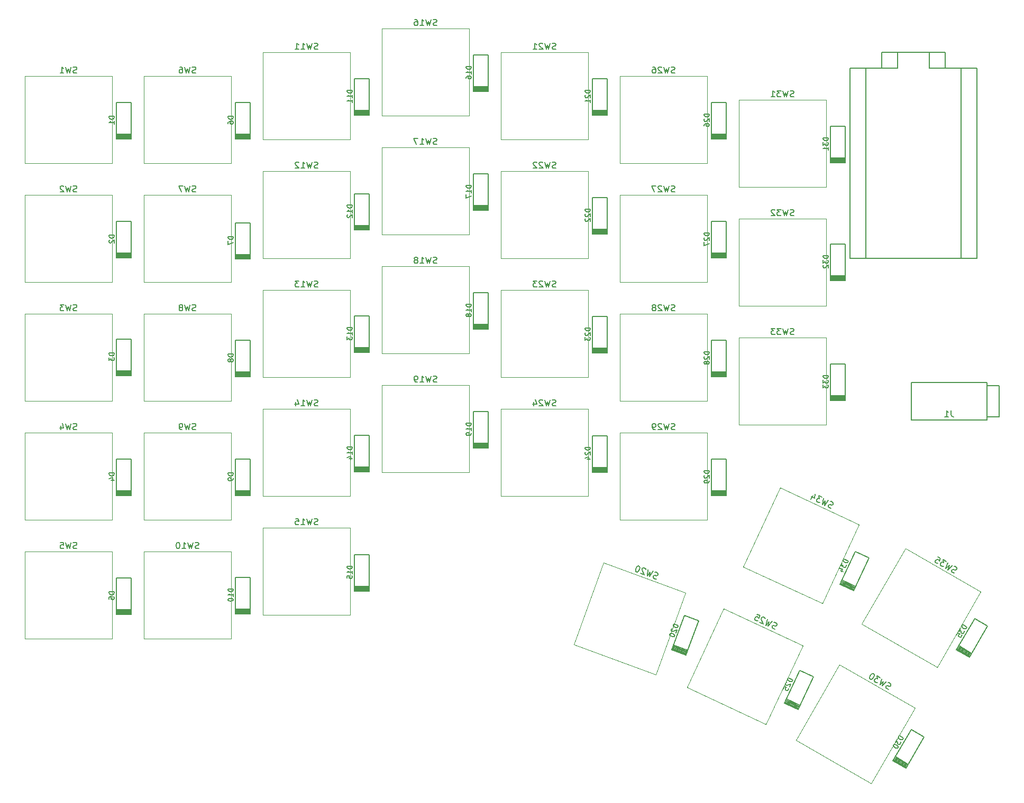
<source format=gbo>
%TF.GenerationSoftware,KiCad,Pcbnew,(5.1.6)-1*%
%TF.CreationDate,2020-06-18T19:24:29+02:00*%
%TF.ProjectId,splitkb,73706c69-746b-4622-9e6b-696361645f70,rev?*%
%TF.SameCoordinates,Original*%
%TF.FileFunction,Legend,Bot*%
%TF.FilePolarity,Positive*%
%FSLAX46Y46*%
G04 Gerber Fmt 4.6, Leading zero omitted, Abs format (unit mm)*
G04 Created by KiCad (PCBNEW (5.1.6)-1) date 2020-06-18 19:24:29*
%MOMM*%
%LPD*%
G01*
G04 APERTURE LIST*
%ADD10C,0.150000*%
%ADD11C,0.120000*%
%ADD12C,0.200000*%
G04 APERTURE END LIST*
D10*
%TO.C,U1*%
X173355000Y-42545000D02*
X173355000Y-73025000D01*
X168275000Y-42545000D02*
X173355000Y-42545000D01*
X168275000Y-40005000D02*
X168275000Y-42545000D01*
X160655000Y-40005000D02*
X168275000Y-40005000D01*
X160655000Y-42545000D02*
X160655000Y-40005000D01*
X155575000Y-42545000D02*
X160655000Y-42545000D01*
X155575000Y-73025000D02*
X155575000Y-42545000D01*
X173355000Y-73025000D02*
X155575000Y-73025000D01*
X170815000Y-42545000D02*
X170815000Y-73025000D01*
X170815000Y-42545000D02*
X165735000Y-42545000D01*
X165735000Y-42545000D02*
X165735000Y-40005000D01*
X165735000Y-40005000D02*
X158115000Y-40005000D01*
X158115000Y-40005000D02*
X158115000Y-42545000D01*
X158115000Y-42545000D02*
X153035000Y-42545000D01*
X153035000Y-42545000D02*
X153035000Y-73025000D01*
X153035000Y-73025000D02*
X170815000Y-73025000D01*
D11*
%TO.C,SW9*%
X53975000Y-100965000D02*
X40005000Y-100965000D01*
X40005000Y-100965000D02*
X40005000Y-114935000D01*
X40005000Y-114935000D02*
X53975000Y-114935000D01*
X53975000Y-114935000D02*
X53975000Y-100965000D01*
%TO.C,SW27*%
X130175000Y-62865000D02*
X116205000Y-62865000D01*
X116205000Y-62865000D02*
X116205000Y-76835000D01*
X116205000Y-76835000D02*
X130175000Y-76835000D01*
X130175000Y-76835000D02*
X130175000Y-62865000D01*
%TO.C,SW20*%
X126746921Y-126638827D02*
X113619415Y-121860806D01*
X113619415Y-121860806D02*
X108841393Y-134988312D01*
X108841393Y-134988312D02*
X121968899Y-139766333D01*
X121968899Y-139766333D02*
X126746921Y-126638827D01*
%TO.C,SW30*%
X163455592Y-145124122D02*
X151357217Y-138139122D01*
X151357217Y-138139122D02*
X144372217Y-150237496D01*
X144372217Y-150237496D02*
X156470592Y-157222496D01*
X156470592Y-157222496D02*
X163455592Y-145124122D01*
%TO.C,SW25*%
X145505469Y-135090123D02*
X132844350Y-129186145D01*
X132844350Y-129186145D02*
X126940373Y-141847265D01*
X126940373Y-141847265D02*
X139601492Y-147751242D01*
X139601492Y-147751242D02*
X145505469Y-135090123D01*
%TO.C,SW35*%
X173996592Y-126505922D02*
X161898217Y-119520922D01*
X161898217Y-119520922D02*
X154913217Y-131619296D01*
X154913217Y-131619296D02*
X167011592Y-138604296D01*
X167011592Y-138604296D02*
X173996592Y-126505922D01*
%TO.C,SW34*%
X154522469Y-115709923D02*
X141861350Y-109805945D01*
X141861350Y-109805945D02*
X135957373Y-122467065D01*
X135957373Y-122467065D02*
X148618492Y-128371042D01*
X148618492Y-128371042D02*
X154522469Y-115709923D01*
%TO.C,SW29*%
X130175000Y-100965000D02*
X116205000Y-100965000D01*
X116205000Y-100965000D02*
X116205000Y-114935000D01*
X116205000Y-114935000D02*
X130175000Y-114935000D01*
X130175000Y-114935000D02*
X130175000Y-100965000D01*
%TO.C,SW28*%
X130175000Y-81915000D02*
X116205000Y-81915000D01*
X116205000Y-81915000D02*
X116205000Y-95885000D01*
X116205000Y-95885000D02*
X130175000Y-95885000D01*
X130175000Y-95885000D02*
X130175000Y-81915000D01*
%TO.C,SW33*%
X149225000Y-85725000D02*
X135255000Y-85725000D01*
X135255000Y-85725000D02*
X135255000Y-99695000D01*
X135255000Y-99695000D02*
X149225000Y-99695000D01*
X149225000Y-99695000D02*
X149225000Y-85725000D01*
%TO.C,SW32*%
X149225000Y-66675000D02*
X135255000Y-66675000D01*
X135255000Y-66675000D02*
X135255000Y-80645000D01*
X135255000Y-80645000D02*
X149225000Y-80645000D01*
X149225000Y-80645000D02*
X149225000Y-66675000D01*
%TO.C,SW31*%
X149225000Y-47625000D02*
X135255000Y-47625000D01*
X135255000Y-47625000D02*
X135255000Y-61595000D01*
X135255000Y-61595000D02*
X149225000Y-61595000D01*
X149225000Y-61595000D02*
X149225000Y-47625000D01*
%TO.C,SW26*%
X130175000Y-43815000D02*
X116205000Y-43815000D01*
X116205000Y-43815000D02*
X116205000Y-57785000D01*
X116205000Y-57785000D02*
X130175000Y-57785000D01*
X130175000Y-57785000D02*
X130175000Y-43815000D01*
%TO.C,SW21*%
X111125000Y-40005000D02*
X97155000Y-40005000D01*
X97155000Y-40005000D02*
X97155000Y-53975000D01*
X97155000Y-53975000D02*
X111125000Y-53975000D01*
X111125000Y-53975000D02*
X111125000Y-40005000D01*
%TO.C,SW22*%
X111125000Y-59055000D02*
X97155000Y-59055000D01*
X97155000Y-59055000D02*
X97155000Y-73025000D01*
X97155000Y-73025000D02*
X111125000Y-73025000D01*
X111125000Y-73025000D02*
X111125000Y-59055000D01*
%TO.C,SW23*%
X111125000Y-78105000D02*
X97155000Y-78105000D01*
X97155000Y-78105000D02*
X97155000Y-92075000D01*
X97155000Y-92075000D02*
X111125000Y-92075000D01*
X111125000Y-92075000D02*
X111125000Y-78105000D01*
%TO.C,SW24*%
X111125000Y-97155000D02*
X97155000Y-97155000D01*
X97155000Y-97155000D02*
X97155000Y-111125000D01*
X97155000Y-111125000D02*
X111125000Y-111125000D01*
X111125000Y-111125000D02*
X111125000Y-97155000D01*
%TO.C,SW19*%
X92075000Y-93345000D02*
X78105000Y-93345000D01*
X78105000Y-93345000D02*
X78105000Y-107315000D01*
X78105000Y-107315000D02*
X92075000Y-107315000D01*
X92075000Y-107315000D02*
X92075000Y-93345000D01*
%TO.C,SW18*%
X92075000Y-74295000D02*
X78105000Y-74295000D01*
X78105000Y-74295000D02*
X78105000Y-88265000D01*
X78105000Y-88265000D02*
X92075000Y-88265000D01*
X92075000Y-88265000D02*
X92075000Y-74295000D01*
%TO.C,SW17*%
X92075000Y-55245000D02*
X78105000Y-55245000D01*
X78105000Y-55245000D02*
X78105000Y-69215000D01*
X78105000Y-69215000D02*
X92075000Y-69215000D01*
X92075000Y-69215000D02*
X92075000Y-55245000D01*
%TO.C,SW16*%
X92075000Y-36195000D02*
X78105000Y-36195000D01*
X78105000Y-36195000D02*
X78105000Y-50165000D01*
X78105000Y-50165000D02*
X92075000Y-50165000D01*
X92075000Y-50165000D02*
X92075000Y-36195000D01*
%TO.C,SW11*%
X73025000Y-40005000D02*
X59055000Y-40005000D01*
X59055000Y-40005000D02*
X59055000Y-53975000D01*
X59055000Y-53975000D02*
X73025000Y-53975000D01*
X73025000Y-53975000D02*
X73025000Y-40005000D01*
%TO.C,SW12*%
X73025000Y-59055000D02*
X59055000Y-59055000D01*
X59055000Y-59055000D02*
X59055000Y-73025000D01*
X59055000Y-73025000D02*
X73025000Y-73025000D01*
X73025000Y-73025000D02*
X73025000Y-59055000D01*
%TO.C,SW13*%
X73025000Y-78105000D02*
X59055000Y-78105000D01*
X59055000Y-78105000D02*
X59055000Y-92075000D01*
X59055000Y-92075000D02*
X73025000Y-92075000D01*
X73025000Y-92075000D02*
X73025000Y-78105000D01*
%TO.C,SW14*%
X73025000Y-97155000D02*
X59055000Y-97155000D01*
X59055000Y-97155000D02*
X59055000Y-111125000D01*
X59055000Y-111125000D02*
X73025000Y-111125000D01*
X73025000Y-111125000D02*
X73025000Y-97155000D01*
%TO.C,SW15*%
X73025000Y-116205000D02*
X59055000Y-116205000D01*
X59055000Y-116205000D02*
X59055000Y-130175000D01*
X59055000Y-130175000D02*
X73025000Y-130175000D01*
X73025000Y-130175000D02*
X73025000Y-116205000D01*
%TO.C,SW10*%
X53975000Y-120015000D02*
X40005000Y-120015000D01*
X40005000Y-120015000D02*
X40005000Y-133985000D01*
X40005000Y-133985000D02*
X53975000Y-133985000D01*
X53975000Y-133985000D02*
X53975000Y-120015000D01*
%TO.C,SW5*%
X34925000Y-120015000D02*
X20955000Y-120015000D01*
X20955000Y-120015000D02*
X20955000Y-133985000D01*
X20955000Y-133985000D02*
X34925000Y-133985000D01*
X34925000Y-133985000D02*
X34925000Y-120015000D01*
%TO.C,SW4*%
X34925000Y-100965000D02*
X20955000Y-100965000D01*
X20955000Y-100965000D02*
X20955000Y-114935000D01*
X20955000Y-114935000D02*
X34925000Y-114935000D01*
X34925000Y-114935000D02*
X34925000Y-100965000D01*
%TO.C,SW8*%
X53975000Y-81915000D02*
X40005000Y-81915000D01*
X40005000Y-81915000D02*
X40005000Y-95885000D01*
X40005000Y-95885000D02*
X53975000Y-95885000D01*
X53975000Y-95885000D02*
X53975000Y-81915000D01*
%TO.C,SW3*%
X34925000Y-81915000D02*
X20955000Y-81915000D01*
X20955000Y-81915000D02*
X20955000Y-95885000D01*
X20955000Y-95885000D02*
X34925000Y-95885000D01*
X34925000Y-95885000D02*
X34925000Y-81915000D01*
%TO.C,SW2*%
X34925000Y-62865000D02*
X20955000Y-62865000D01*
X20955000Y-62865000D02*
X20955000Y-76835000D01*
X20955000Y-76835000D02*
X34925000Y-76835000D01*
X34925000Y-76835000D02*
X34925000Y-62865000D01*
%TO.C,SW7*%
X53975000Y-62865000D02*
X40005000Y-62865000D01*
X40005000Y-62865000D02*
X40005000Y-76835000D01*
X40005000Y-76835000D02*
X53975000Y-76835000D01*
X53975000Y-76835000D02*
X53975000Y-62865000D01*
%TO.C,SW6*%
X53975000Y-43815000D02*
X40005000Y-43815000D01*
X40005000Y-43815000D02*
X40005000Y-57785000D01*
X40005000Y-57785000D02*
X53975000Y-57785000D01*
X53975000Y-57785000D02*
X53975000Y-43815000D01*
%TO.C,SW1*%
X34925000Y-43815000D02*
X20955000Y-43815000D01*
X20955000Y-43815000D02*
X20955000Y-57785000D01*
X20955000Y-57785000D02*
X34925000Y-57785000D01*
X34925000Y-57785000D02*
X34925000Y-43815000D01*
D10*
%TO.C,J1*%
X176960000Y-93435000D02*
X176960000Y-98435000D01*
X176960000Y-98435000D02*
X174960000Y-98435000D01*
X176960000Y-93435000D02*
X174960000Y-93435000D01*
X162860000Y-92935000D02*
X162860000Y-98935000D01*
X162860000Y-98935000D02*
X174960000Y-98935000D01*
X174960000Y-98935000D02*
X174960000Y-92935000D01*
X174960000Y-92935000D02*
X162860000Y-92935000D01*
D12*
%TO.C,D1*%
X38030000Y-53165000D02*
X35630000Y-53165000D01*
X38030000Y-53340000D02*
X35630000Y-53340000D01*
X38030000Y-53515000D02*
X35630000Y-53515000D01*
X35630000Y-53915000D02*
X38030000Y-53915000D01*
X38030000Y-53690000D02*
X35630000Y-53690000D01*
X38030000Y-53815000D02*
X35630000Y-53815000D01*
X38030000Y-53890000D02*
X38030000Y-48090000D01*
X38030000Y-48090000D02*
X35630000Y-48090000D01*
X35630000Y-48090000D02*
X35630000Y-53890000D01*
%TO.C,D2*%
X38030000Y-72215000D02*
X35630000Y-72215000D01*
X38030000Y-72390000D02*
X35630000Y-72390000D01*
X38030000Y-72565000D02*
X35630000Y-72565000D01*
X35630000Y-72965000D02*
X38030000Y-72965000D01*
X38030000Y-72740000D02*
X35630000Y-72740000D01*
X38030000Y-72865000D02*
X35630000Y-72865000D01*
X38030000Y-72940000D02*
X38030000Y-67140000D01*
X38030000Y-67140000D02*
X35630000Y-67140000D01*
X35630000Y-67140000D02*
X35630000Y-72940000D01*
%TO.C,D3*%
X35630000Y-86010000D02*
X35630000Y-91810000D01*
X38030000Y-86010000D02*
X35630000Y-86010000D01*
X38030000Y-91810000D02*
X38030000Y-86010000D01*
X38030000Y-91735000D02*
X35630000Y-91735000D01*
X38030000Y-91610000D02*
X35630000Y-91610000D01*
X35630000Y-91835000D02*
X38030000Y-91835000D01*
X38030000Y-91435000D02*
X35630000Y-91435000D01*
X38030000Y-91260000D02*
X35630000Y-91260000D01*
X38030000Y-91085000D02*
X35630000Y-91085000D01*
%TO.C,D4*%
X38030000Y-110315000D02*
X35630000Y-110315000D01*
X38030000Y-110490000D02*
X35630000Y-110490000D01*
X38030000Y-110665000D02*
X35630000Y-110665000D01*
X35630000Y-111065000D02*
X38030000Y-111065000D01*
X38030000Y-110840000D02*
X35630000Y-110840000D01*
X38030000Y-110965000D02*
X35630000Y-110965000D01*
X38030000Y-111040000D02*
X38030000Y-105240000D01*
X38030000Y-105240000D02*
X35630000Y-105240000D01*
X35630000Y-105240000D02*
X35630000Y-111040000D01*
%TO.C,D5*%
X38030000Y-129365000D02*
X35630000Y-129365000D01*
X38030000Y-129540000D02*
X35630000Y-129540000D01*
X38030000Y-129715000D02*
X35630000Y-129715000D01*
X35630000Y-130115000D02*
X38030000Y-130115000D01*
X38030000Y-129890000D02*
X35630000Y-129890000D01*
X38030000Y-130015000D02*
X35630000Y-130015000D01*
X38030000Y-130090000D02*
X38030000Y-124290000D01*
X38030000Y-124290000D02*
X35630000Y-124290000D01*
X35630000Y-124290000D02*
X35630000Y-130090000D01*
%TO.C,D6*%
X57080000Y-53165000D02*
X54680000Y-53165000D01*
X57080000Y-53340000D02*
X54680000Y-53340000D01*
X57080000Y-53515000D02*
X54680000Y-53515000D01*
X54680000Y-53915000D02*
X57080000Y-53915000D01*
X57080000Y-53690000D02*
X54680000Y-53690000D01*
X57080000Y-53815000D02*
X54680000Y-53815000D01*
X57080000Y-53890000D02*
X57080000Y-48090000D01*
X57080000Y-48090000D02*
X54680000Y-48090000D01*
X54680000Y-48090000D02*
X54680000Y-53890000D01*
%TO.C,D7*%
X57080000Y-72430000D02*
X54680000Y-72430000D01*
X57080000Y-72605000D02*
X54680000Y-72605000D01*
X57080000Y-72780000D02*
X54680000Y-72780000D01*
X54680000Y-73180000D02*
X57080000Y-73180000D01*
X57080000Y-72955000D02*
X54680000Y-72955000D01*
X57080000Y-73080000D02*
X54680000Y-73080000D01*
X57080000Y-73155000D02*
X57080000Y-67355000D01*
X57080000Y-67355000D02*
X54680000Y-67355000D01*
X54680000Y-67355000D02*
X54680000Y-73155000D01*
%TO.C,D8*%
X57080000Y-91265000D02*
X54680000Y-91265000D01*
X57080000Y-91440000D02*
X54680000Y-91440000D01*
X57080000Y-91615000D02*
X54680000Y-91615000D01*
X54680000Y-92015000D02*
X57080000Y-92015000D01*
X57080000Y-91790000D02*
X54680000Y-91790000D01*
X57080000Y-91915000D02*
X54680000Y-91915000D01*
X57080000Y-91990000D02*
X57080000Y-86190000D01*
X57080000Y-86190000D02*
X54680000Y-86190000D01*
X54680000Y-86190000D02*
X54680000Y-91990000D01*
%TO.C,D9*%
X54680000Y-105240000D02*
X54680000Y-111040000D01*
X57080000Y-105240000D02*
X54680000Y-105240000D01*
X57080000Y-111040000D02*
X57080000Y-105240000D01*
X57080000Y-110965000D02*
X54680000Y-110965000D01*
X57080000Y-110840000D02*
X54680000Y-110840000D01*
X54680000Y-111065000D02*
X57080000Y-111065000D01*
X57080000Y-110665000D02*
X54680000Y-110665000D01*
X57080000Y-110490000D02*
X54680000Y-110490000D01*
X57080000Y-110315000D02*
X54680000Y-110315000D01*
%TO.C,D10*%
X54680000Y-124188400D02*
X54680000Y-129988400D01*
X57080000Y-124188400D02*
X54680000Y-124188400D01*
X57080000Y-129988400D02*
X57080000Y-124188400D01*
X57080000Y-129913400D02*
X54680000Y-129913400D01*
X57080000Y-129788400D02*
X54680000Y-129788400D01*
X54680000Y-130013400D02*
X57080000Y-130013400D01*
X57080000Y-129613400D02*
X54680000Y-129613400D01*
X57080000Y-129438400D02*
X54680000Y-129438400D01*
X57080000Y-129263400D02*
X54680000Y-129263400D01*
%TO.C,D11*%
X73730000Y-44280000D02*
X73730000Y-50080000D01*
X76130000Y-44280000D02*
X73730000Y-44280000D01*
X76130000Y-50080000D02*
X76130000Y-44280000D01*
X76130000Y-50005000D02*
X73730000Y-50005000D01*
X76130000Y-49880000D02*
X73730000Y-49880000D01*
X73730000Y-50105000D02*
X76130000Y-50105000D01*
X76130000Y-49705000D02*
X73730000Y-49705000D01*
X76130000Y-49530000D02*
X73730000Y-49530000D01*
X76130000Y-49355000D02*
X73730000Y-49355000D01*
%TO.C,D12*%
X76130000Y-67770000D02*
X73730000Y-67770000D01*
X76130000Y-67945000D02*
X73730000Y-67945000D01*
X76130000Y-68120000D02*
X73730000Y-68120000D01*
X73730000Y-68520000D02*
X76130000Y-68520000D01*
X76130000Y-68295000D02*
X73730000Y-68295000D01*
X76130000Y-68420000D02*
X73730000Y-68420000D01*
X76130000Y-68495000D02*
X76130000Y-62695000D01*
X76130000Y-62695000D02*
X73730000Y-62695000D01*
X73730000Y-62695000D02*
X73730000Y-68495000D01*
%TO.C,D13*%
X76130000Y-87372600D02*
X73730000Y-87372600D01*
X76130000Y-87547600D02*
X73730000Y-87547600D01*
X76130000Y-87722600D02*
X73730000Y-87722600D01*
X73730000Y-88122600D02*
X76130000Y-88122600D01*
X76130000Y-87897600D02*
X73730000Y-87897600D01*
X76130000Y-88022600D02*
X73730000Y-88022600D01*
X76130000Y-88097600D02*
X76130000Y-82297600D01*
X76130000Y-82297600D02*
X73730000Y-82297600D01*
X73730000Y-82297600D02*
X73730000Y-88097600D01*
%TO.C,D14*%
X73730000Y-101430000D02*
X73730000Y-107230000D01*
X76130000Y-101430000D02*
X73730000Y-101430000D01*
X76130000Y-107230000D02*
X76130000Y-101430000D01*
X76130000Y-107155000D02*
X73730000Y-107155000D01*
X76130000Y-107030000D02*
X73730000Y-107030000D01*
X73730000Y-107255000D02*
X76130000Y-107255000D01*
X76130000Y-106855000D02*
X73730000Y-106855000D01*
X76130000Y-106680000D02*
X73730000Y-106680000D01*
X76130000Y-106505000D02*
X73730000Y-106505000D01*
%TO.C,D15*%
X73730000Y-120550000D02*
X73730000Y-126350000D01*
X76130000Y-120550000D02*
X73730000Y-120550000D01*
X76130000Y-126350000D02*
X76130000Y-120550000D01*
X76130000Y-126275000D02*
X73730000Y-126275000D01*
X76130000Y-126150000D02*
X73730000Y-126150000D01*
X73730000Y-126375000D02*
X76130000Y-126375000D01*
X76130000Y-125975000D02*
X73730000Y-125975000D01*
X76130000Y-125800000D02*
X73730000Y-125800000D01*
X76130000Y-125625000D02*
X73730000Y-125625000D01*
%TO.C,D16*%
X95180000Y-45545000D02*
X92780000Y-45545000D01*
X95180000Y-45720000D02*
X92780000Y-45720000D01*
X95180000Y-45895000D02*
X92780000Y-45895000D01*
X92780000Y-46295000D02*
X95180000Y-46295000D01*
X95180000Y-46070000D02*
X92780000Y-46070000D01*
X95180000Y-46195000D02*
X92780000Y-46195000D01*
X95180000Y-46270000D02*
X95180000Y-40470000D01*
X95180000Y-40470000D02*
X92780000Y-40470000D01*
X92780000Y-40470000D02*
X92780000Y-46270000D01*
%TO.C,D17*%
X92780000Y-59520000D02*
X92780000Y-65320000D01*
X95180000Y-59520000D02*
X92780000Y-59520000D01*
X95180000Y-65320000D02*
X95180000Y-59520000D01*
X95180000Y-65245000D02*
X92780000Y-65245000D01*
X95180000Y-65120000D02*
X92780000Y-65120000D01*
X92780000Y-65345000D02*
X95180000Y-65345000D01*
X95180000Y-64945000D02*
X92780000Y-64945000D01*
X95180000Y-64770000D02*
X92780000Y-64770000D01*
X95180000Y-64595000D02*
X92780000Y-64595000D01*
%TO.C,D18*%
X92780000Y-78570000D02*
X92780000Y-84370000D01*
X95180000Y-78570000D02*
X92780000Y-78570000D01*
X95180000Y-84370000D02*
X95180000Y-78570000D01*
X95180000Y-84295000D02*
X92780000Y-84295000D01*
X95180000Y-84170000D02*
X92780000Y-84170000D01*
X92780000Y-84395000D02*
X95180000Y-84395000D01*
X95180000Y-83995000D02*
X92780000Y-83995000D01*
X95180000Y-83820000D02*
X92780000Y-83820000D01*
X95180000Y-83645000D02*
X92780000Y-83645000D01*
%TO.C,D19*%
X95180000Y-102695000D02*
X92780000Y-102695000D01*
X95180000Y-102870000D02*
X92780000Y-102870000D01*
X95180000Y-103045000D02*
X92780000Y-103045000D01*
X92780000Y-103445000D02*
X95180000Y-103445000D01*
X95180000Y-103220000D02*
X92780000Y-103220000D01*
X95180000Y-103345000D02*
X92780000Y-103345000D01*
X95180000Y-103420000D02*
X95180000Y-97620000D01*
X95180000Y-97620000D02*
X92780000Y-97620000D01*
X92780000Y-97620000D02*
X92780000Y-103420000D01*
%TO.C,D20*%
X126541571Y-130305606D02*
X124557854Y-135755824D01*
X128796834Y-131126455D02*
X126541571Y-130305606D01*
X126813117Y-136576672D02*
X128796834Y-131126455D01*
X126838768Y-136506195D02*
X124583506Y-135685347D01*
X126881521Y-136388734D02*
X124626258Y-135567885D01*
X124549304Y-135779316D02*
X126804566Y-136600164D01*
X126941374Y-136224287D02*
X124686112Y-135403439D01*
X127001228Y-136059841D02*
X124745966Y-135238993D01*
X127061081Y-135895395D02*
X124805819Y-135074547D01*
%TO.C,D21*%
X111830000Y-44280000D02*
X111830000Y-50080000D01*
X114230000Y-44280000D02*
X111830000Y-44280000D01*
X114230000Y-50080000D02*
X114230000Y-44280000D01*
X114230000Y-50005000D02*
X111830000Y-50005000D01*
X114230000Y-49880000D02*
X111830000Y-49880000D01*
X111830000Y-50105000D02*
X114230000Y-50105000D01*
X114230000Y-49705000D02*
X111830000Y-49705000D01*
X114230000Y-49530000D02*
X111830000Y-49530000D01*
X114230000Y-49355000D02*
X111830000Y-49355000D01*
%TO.C,D22*%
X111830000Y-63330000D02*
X111830000Y-69130000D01*
X114230000Y-63330000D02*
X111830000Y-63330000D01*
X114230000Y-69130000D02*
X114230000Y-63330000D01*
X114230000Y-69055000D02*
X111830000Y-69055000D01*
X114230000Y-68930000D02*
X111830000Y-68930000D01*
X111830000Y-69155000D02*
X114230000Y-69155000D01*
X114230000Y-68755000D02*
X111830000Y-68755000D01*
X114230000Y-68580000D02*
X111830000Y-68580000D01*
X114230000Y-68405000D02*
X111830000Y-68405000D01*
%TO.C,D23*%
X111830000Y-82380000D02*
X111830000Y-88180000D01*
X114230000Y-82380000D02*
X111830000Y-82380000D01*
X114230000Y-88180000D02*
X114230000Y-82380000D01*
X114230000Y-88105000D02*
X111830000Y-88105000D01*
X114230000Y-87980000D02*
X111830000Y-87980000D01*
X111830000Y-88205000D02*
X114230000Y-88205000D01*
X114230000Y-87805000D02*
X111830000Y-87805000D01*
X114230000Y-87630000D02*
X111830000Y-87630000D01*
X114230000Y-87455000D02*
X111830000Y-87455000D01*
%TO.C,D24*%
X111830000Y-101500000D02*
X111830000Y-107300000D01*
X114230000Y-101500000D02*
X111830000Y-101500000D01*
X114230000Y-107300000D02*
X114230000Y-101500000D01*
X114230000Y-107225000D02*
X111830000Y-107225000D01*
X114230000Y-107100000D02*
X111830000Y-107100000D01*
X111830000Y-107325000D02*
X114230000Y-107325000D01*
X114230000Y-106925000D02*
X111830000Y-106925000D01*
X114230000Y-106750000D02*
X111830000Y-106750000D01*
X114230000Y-106575000D02*
X111830000Y-106575000D01*
%TO.C,D25*%
X145035902Y-144711392D02*
X142860763Y-143697108D01*
X144961944Y-144869996D02*
X142786805Y-143855712D01*
X144887985Y-145028600D02*
X142712847Y-144014316D01*
X142543799Y-144376839D02*
X144718938Y-145391123D01*
X144814027Y-145187204D02*
X142638889Y-144172920D01*
X144761200Y-145300492D02*
X142586061Y-144286208D01*
X144729504Y-145368465D02*
X147180689Y-140111880D01*
X147180689Y-140111880D02*
X145005551Y-139097596D01*
X145005551Y-139097596D02*
X142554365Y-144354181D01*
%TO.C,D26*%
X133280000Y-53165000D02*
X130880000Y-53165000D01*
X133280000Y-53340000D02*
X130880000Y-53340000D01*
X133280000Y-53515000D02*
X130880000Y-53515000D01*
X130880000Y-53915000D02*
X133280000Y-53915000D01*
X133280000Y-53690000D02*
X130880000Y-53690000D01*
X133280000Y-53815000D02*
X130880000Y-53815000D01*
X133280000Y-53890000D02*
X133280000Y-48090000D01*
X133280000Y-48090000D02*
X130880000Y-48090000D01*
X130880000Y-48090000D02*
X130880000Y-53890000D01*
%TO.C,D27*%
X130880000Y-67140000D02*
X130880000Y-72940000D01*
X133280000Y-67140000D02*
X130880000Y-67140000D01*
X133280000Y-72940000D02*
X133280000Y-67140000D01*
X133280000Y-72865000D02*
X130880000Y-72865000D01*
X133280000Y-72740000D02*
X130880000Y-72740000D01*
X130880000Y-72965000D02*
X133280000Y-72965000D01*
X133280000Y-72565000D02*
X130880000Y-72565000D01*
X133280000Y-72390000D02*
X130880000Y-72390000D01*
X133280000Y-72215000D02*
X130880000Y-72215000D01*
%TO.C,D28*%
X133280000Y-91265000D02*
X130880000Y-91265000D01*
X133280000Y-91440000D02*
X130880000Y-91440000D01*
X133280000Y-91615000D02*
X130880000Y-91615000D01*
X130880000Y-92015000D02*
X133280000Y-92015000D01*
X133280000Y-91790000D02*
X130880000Y-91790000D01*
X133280000Y-91915000D02*
X130880000Y-91915000D01*
X133280000Y-91990000D02*
X133280000Y-86190000D01*
X133280000Y-86190000D02*
X130880000Y-86190000D01*
X130880000Y-86190000D02*
X130880000Y-91990000D01*
%TO.C,D29*%
X133280000Y-110315000D02*
X130880000Y-110315000D01*
X133280000Y-110490000D02*
X130880000Y-110490000D01*
X133280000Y-110665000D02*
X130880000Y-110665000D01*
X130880000Y-111065000D02*
X133280000Y-111065000D01*
X133280000Y-110840000D02*
X130880000Y-110840000D01*
X133280000Y-110965000D02*
X130880000Y-110965000D01*
X133280000Y-111040000D02*
X133280000Y-105240000D01*
X133280000Y-105240000D02*
X130880000Y-105240000D01*
X130880000Y-105240000D02*
X130880000Y-111040000D01*
%TO.C,D30*%
X162840770Y-148538398D02*
X159940770Y-153561345D01*
X164919230Y-149738398D02*
X162840770Y-148538398D01*
X162019230Y-154761345D02*
X164919230Y-149738398D01*
X162056730Y-154696393D02*
X159978270Y-153496393D01*
X162119230Y-154588140D02*
X160040770Y-153388140D01*
X159928270Y-153582996D02*
X162006730Y-154782996D01*
X162206730Y-154436586D02*
X160128270Y-153236586D01*
X162294230Y-154285031D02*
X160215770Y-153085031D01*
X162381730Y-154133477D02*
X160303270Y-152933477D01*
%TO.C,D31*%
X152330000Y-56975000D02*
X149930000Y-56975000D01*
X152330000Y-57150000D02*
X149930000Y-57150000D01*
X152330000Y-57325000D02*
X149930000Y-57325000D01*
X149930000Y-57725000D02*
X152330000Y-57725000D01*
X152330000Y-57500000D02*
X149930000Y-57500000D01*
X152330000Y-57625000D02*
X149930000Y-57625000D01*
X152330000Y-57700000D02*
X152330000Y-51900000D01*
X152330000Y-51900000D02*
X149930000Y-51900000D01*
X149930000Y-51900000D02*
X149930000Y-57700000D01*
%TO.C,D32*%
X152330000Y-75845000D02*
X149930000Y-75845000D01*
X152330000Y-76020000D02*
X149930000Y-76020000D01*
X152330000Y-76195000D02*
X149930000Y-76195000D01*
X149930000Y-76595000D02*
X152330000Y-76595000D01*
X152330000Y-76370000D02*
X149930000Y-76370000D01*
X152330000Y-76495000D02*
X149930000Y-76495000D01*
X152330000Y-76570000D02*
X152330000Y-70770000D01*
X152330000Y-70770000D02*
X149930000Y-70770000D01*
X149930000Y-70770000D02*
X149930000Y-76570000D01*
%TO.C,D33*%
X152330000Y-95075000D02*
X149930000Y-95075000D01*
X152330000Y-95250000D02*
X149930000Y-95250000D01*
X152330000Y-95425000D02*
X149930000Y-95425000D01*
X149930000Y-95825000D02*
X152330000Y-95825000D01*
X152330000Y-95600000D02*
X149930000Y-95600000D01*
X152330000Y-95725000D02*
X149930000Y-95725000D01*
X152330000Y-95800000D02*
X152330000Y-90000000D01*
X152330000Y-90000000D02*
X149930000Y-90000000D01*
X149930000Y-90000000D02*
X149930000Y-95800000D01*
%TO.C,D34*%
X153894693Y-120052227D02*
X151443507Y-125308812D01*
X156069831Y-121066511D02*
X153894693Y-120052227D01*
X153618646Y-126323096D02*
X156069831Y-121066511D01*
X153650342Y-126255123D02*
X151475203Y-125240839D01*
X153703169Y-126141835D02*
X151528031Y-125127551D01*
X151432941Y-125331470D02*
X153608080Y-126345754D01*
X153777127Y-125983231D02*
X151601989Y-124968947D01*
X153851086Y-125824627D02*
X151675947Y-124810343D01*
X153925044Y-125666023D02*
X151749905Y-124651739D01*
%TO.C,D35*%
X173000770Y-130758398D02*
X170100770Y-135781345D01*
X175079230Y-131958398D02*
X173000770Y-130758398D01*
X172179230Y-136981345D02*
X175079230Y-131958398D01*
X172216730Y-136916393D02*
X170138270Y-135716393D01*
X172279230Y-136808140D02*
X170200770Y-135608140D01*
X170088270Y-135802996D02*
X172166730Y-137002996D01*
X172366730Y-136656586D02*
X170288270Y-135456586D01*
X172454230Y-136505031D02*
X170375770Y-135305031D01*
X172541730Y-136353477D02*
X170463270Y-135153477D01*
%TO.C,SW9*%
D10*
X48323333Y-100480761D02*
X48180476Y-100528380D01*
X47942380Y-100528380D01*
X47847142Y-100480761D01*
X47799523Y-100433142D01*
X47751904Y-100337904D01*
X47751904Y-100242666D01*
X47799523Y-100147428D01*
X47847142Y-100099809D01*
X47942380Y-100052190D01*
X48132857Y-100004571D01*
X48228095Y-99956952D01*
X48275714Y-99909333D01*
X48323333Y-99814095D01*
X48323333Y-99718857D01*
X48275714Y-99623619D01*
X48228095Y-99576000D01*
X48132857Y-99528380D01*
X47894761Y-99528380D01*
X47751904Y-99576000D01*
X47418571Y-99528380D02*
X47180476Y-100528380D01*
X46990000Y-99814095D01*
X46799523Y-100528380D01*
X46561428Y-99528380D01*
X46132857Y-100528380D02*
X45942380Y-100528380D01*
X45847142Y-100480761D01*
X45799523Y-100433142D01*
X45704285Y-100290285D01*
X45656666Y-100099809D01*
X45656666Y-99718857D01*
X45704285Y-99623619D01*
X45751904Y-99576000D01*
X45847142Y-99528380D01*
X46037619Y-99528380D01*
X46132857Y-99576000D01*
X46180476Y-99623619D01*
X46228095Y-99718857D01*
X46228095Y-99956952D01*
X46180476Y-100052190D01*
X46132857Y-100099809D01*
X46037619Y-100147428D01*
X45847142Y-100147428D01*
X45751904Y-100099809D01*
X45704285Y-100052190D01*
X45656666Y-99956952D01*
%TO.C,SW27*%
X124999523Y-62380761D02*
X124856666Y-62428380D01*
X124618571Y-62428380D01*
X124523333Y-62380761D01*
X124475714Y-62333142D01*
X124428095Y-62237904D01*
X124428095Y-62142666D01*
X124475714Y-62047428D01*
X124523333Y-61999809D01*
X124618571Y-61952190D01*
X124809047Y-61904571D01*
X124904285Y-61856952D01*
X124951904Y-61809333D01*
X124999523Y-61714095D01*
X124999523Y-61618857D01*
X124951904Y-61523619D01*
X124904285Y-61476000D01*
X124809047Y-61428380D01*
X124570952Y-61428380D01*
X124428095Y-61476000D01*
X124094761Y-61428380D02*
X123856666Y-62428380D01*
X123666190Y-61714095D01*
X123475714Y-62428380D01*
X123237619Y-61428380D01*
X122904285Y-61523619D02*
X122856666Y-61476000D01*
X122761428Y-61428380D01*
X122523333Y-61428380D01*
X122428095Y-61476000D01*
X122380476Y-61523619D01*
X122332857Y-61618857D01*
X122332857Y-61714095D01*
X122380476Y-61856952D01*
X122951904Y-62428380D01*
X122332857Y-62428380D01*
X121999523Y-61428380D02*
X121332857Y-61428380D01*
X121761428Y-62428380D01*
%TO.C,SW20*%
X122049183Y-124413675D02*
X121898654Y-124409562D01*
X121674918Y-124328129D01*
X121601710Y-124250808D01*
X121573250Y-124189774D01*
X121561076Y-124083993D01*
X121593649Y-123994498D01*
X121670970Y-123921291D01*
X121732004Y-123892830D01*
X121837785Y-123880656D01*
X122033061Y-123901055D01*
X122138842Y-123888882D01*
X122199876Y-123860421D01*
X122277196Y-123787213D01*
X122309770Y-123697719D01*
X122297596Y-123591937D01*
X122269135Y-123530903D01*
X122195927Y-123453583D01*
X121972191Y-123372149D01*
X121821663Y-123368037D01*
X121524718Y-123209283D02*
X120958962Y-124067542D01*
X121024273Y-123331186D01*
X120600984Y-123937249D01*
X120719268Y-122916123D01*
X120373463Y-122891610D02*
X120345003Y-122830576D01*
X120271795Y-122753256D01*
X120048058Y-122671822D01*
X119942277Y-122683996D01*
X119881243Y-122712457D01*
X119803923Y-122785665D01*
X119771349Y-122875159D01*
X119767237Y-123025688D01*
X120108764Y-123758095D01*
X119527049Y-123546368D01*
X119287355Y-122394949D02*
X119197860Y-122362376D01*
X119092079Y-122374550D01*
X119031045Y-122403010D01*
X118953725Y-122476218D01*
X118843831Y-122638920D01*
X118762397Y-122862657D01*
X118741998Y-123057933D01*
X118754172Y-123163714D01*
X118782632Y-123224748D01*
X118855840Y-123302068D01*
X118945335Y-123334642D01*
X119051116Y-123322468D01*
X119112150Y-123294007D01*
X119189471Y-123220799D01*
X119299365Y-123058097D01*
X119380798Y-122834361D01*
X119401197Y-122639085D01*
X119389023Y-122533304D01*
X119360563Y-122472270D01*
X119287355Y-122394949D01*
%TO.C,SW30*%
X159215617Y-142117020D02*
X159068090Y-142086831D01*
X158861893Y-141967784D01*
X158803224Y-141878925D01*
X158785794Y-141813876D01*
X158792174Y-141707588D01*
X158839793Y-141625110D01*
X158928651Y-141566441D01*
X158993700Y-141549011D01*
X159099988Y-141555391D01*
X159288755Y-141609389D01*
X159395043Y-141615769D01*
X159460092Y-141598339D01*
X159548950Y-141539670D01*
X159596570Y-141457192D01*
X159602949Y-141350903D01*
X159585519Y-141285855D01*
X159526850Y-141196996D01*
X159320654Y-141077949D01*
X159173126Y-141047759D01*
X158908261Y-140839853D02*
X158202064Y-141586831D01*
X158394250Y-140873004D01*
X157872150Y-141396355D01*
X158165953Y-140411282D01*
X157918517Y-140268425D02*
X157382407Y-139958901D01*
X157480605Y-140455482D01*
X157356888Y-140384054D01*
X157250599Y-140377674D01*
X157185551Y-140395104D01*
X157096692Y-140453773D01*
X156977645Y-140659969D01*
X156971265Y-140766257D01*
X156988695Y-140831306D01*
X157047364Y-140920165D01*
X157294800Y-141063022D01*
X157401088Y-141069401D01*
X157466137Y-141051972D01*
X156846296Y-139649377D02*
X156763817Y-139601758D01*
X156657529Y-139595378D01*
X156592480Y-139612808D01*
X156503622Y-139671477D01*
X156367144Y-139812625D01*
X156248097Y-140018822D01*
X156194098Y-140207588D01*
X156187718Y-140313876D01*
X156205148Y-140378925D01*
X156263817Y-140467784D01*
X156346296Y-140515403D01*
X156452584Y-140521782D01*
X156517633Y-140504353D01*
X156606491Y-140445684D01*
X156742968Y-140304536D01*
X156862016Y-140098339D01*
X156916015Y-139909573D01*
X156922394Y-139803284D01*
X156904965Y-139738236D01*
X156846296Y-139649377D01*
%TO.C,SW25*%
X141019542Y-132464002D02*
X140869945Y-132446786D01*
X140654157Y-132346162D01*
X140587967Y-132262755D01*
X140564934Y-132199473D01*
X140562026Y-132093033D01*
X140602275Y-132006718D01*
X140685682Y-131940528D01*
X140748965Y-131917495D01*
X140855404Y-131914587D01*
X141048159Y-131951928D01*
X141154599Y-131949020D01*
X141217881Y-131925987D01*
X141301288Y-131859797D01*
X141341537Y-131773482D01*
X141338629Y-131667042D01*
X141315596Y-131603760D01*
X141249406Y-131520353D01*
X141033618Y-131419730D01*
X140884021Y-131402513D01*
X140602043Y-131218483D02*
X139963637Y-132024167D01*
X140092877Y-131296306D01*
X139618377Y-131863170D01*
X139825208Y-130856239D01*
X139482856Y-130801681D02*
X139459823Y-130738399D01*
X139393633Y-130654992D01*
X139177845Y-130554369D01*
X139071405Y-130557277D01*
X139008123Y-130580310D01*
X138924716Y-130646500D01*
X138884467Y-130732815D01*
X138867250Y-130882412D01*
X139143644Y-131641798D01*
X138582597Y-131380178D01*
X138185222Y-130091501D02*
X138616797Y-130292748D01*
X138458708Y-130744448D01*
X138435675Y-130681165D01*
X138369485Y-130597759D01*
X138153697Y-130497135D01*
X138047258Y-130500043D01*
X137983976Y-130523076D01*
X137900569Y-130589266D01*
X137799945Y-130805054D01*
X137802853Y-130911494D01*
X137825886Y-130974776D01*
X137892077Y-131058183D01*
X138107864Y-131158806D01*
X138214304Y-131155898D01*
X138277586Y-131132865D01*
%TO.C,SW35*%
X169756617Y-123498820D02*
X169609090Y-123468631D01*
X169402893Y-123349584D01*
X169344224Y-123260725D01*
X169326794Y-123195676D01*
X169333174Y-123089388D01*
X169380793Y-123006910D01*
X169469651Y-122948241D01*
X169534700Y-122930811D01*
X169640988Y-122937191D01*
X169829755Y-122991189D01*
X169936043Y-122997569D01*
X170001092Y-122980139D01*
X170089950Y-122921470D01*
X170137570Y-122838992D01*
X170143949Y-122732703D01*
X170126519Y-122667655D01*
X170067850Y-122578796D01*
X169861654Y-122459749D01*
X169714126Y-122429559D01*
X169449261Y-122221653D02*
X168743064Y-122968631D01*
X168935250Y-122254804D01*
X168413150Y-122778155D01*
X168706953Y-121793082D01*
X168459517Y-121650225D02*
X167923407Y-121340701D01*
X168021605Y-121837282D01*
X167897888Y-121765854D01*
X167791599Y-121759474D01*
X167726551Y-121776904D01*
X167637692Y-121835573D01*
X167518645Y-122041769D01*
X167512265Y-122148057D01*
X167529695Y-122213106D01*
X167588364Y-122301965D01*
X167835800Y-122444822D01*
X167942088Y-122451201D01*
X168007137Y-122433772D01*
X167139860Y-120888320D02*
X167552253Y-121126415D01*
X167355397Y-121562618D01*
X167337967Y-121497569D01*
X167279298Y-121408711D01*
X167073101Y-121289663D01*
X166966813Y-121283283D01*
X166901765Y-121300713D01*
X166812906Y-121359382D01*
X166693859Y-121565579D01*
X166687479Y-121671867D01*
X166704909Y-121736916D01*
X166763578Y-121825774D01*
X166969774Y-121944822D01*
X167076062Y-121951201D01*
X167141111Y-121933772D01*
%TO.C,SW34*%
X150036542Y-113083802D02*
X149886945Y-113066586D01*
X149671157Y-112965962D01*
X149604967Y-112882555D01*
X149581934Y-112819273D01*
X149579026Y-112712833D01*
X149619275Y-112626518D01*
X149702682Y-112560328D01*
X149765965Y-112537295D01*
X149872404Y-112534387D01*
X150065159Y-112571728D01*
X150171599Y-112568820D01*
X150234881Y-112545787D01*
X150318288Y-112479597D01*
X150358537Y-112393282D01*
X150355629Y-112286842D01*
X150332596Y-112223560D01*
X150266406Y-112140153D01*
X150050618Y-112039530D01*
X149901021Y-112022313D01*
X149619043Y-111838283D02*
X148980637Y-112643967D01*
X149109877Y-111916106D01*
X148635377Y-112482970D01*
X148842208Y-111476039D01*
X148583263Y-111355291D02*
X148022215Y-111093670D01*
X148163320Y-111579803D01*
X148033848Y-111519429D01*
X147927408Y-111522337D01*
X147864126Y-111545370D01*
X147780719Y-111611560D01*
X147680096Y-111827348D01*
X147683004Y-111933787D01*
X147706037Y-111997070D01*
X147772227Y-112080476D01*
X148031172Y-112201224D01*
X148137612Y-112198316D01*
X148200894Y-112175283D01*
X147104507Y-111033528D02*
X146822762Y-111637733D01*
X147481292Y-110788892D02*
X147395209Y-111536878D01*
X146834162Y-111275257D01*
%TO.C,SW29*%
X124999523Y-100480761D02*
X124856666Y-100528380D01*
X124618571Y-100528380D01*
X124523333Y-100480761D01*
X124475714Y-100433142D01*
X124428095Y-100337904D01*
X124428095Y-100242666D01*
X124475714Y-100147428D01*
X124523333Y-100099809D01*
X124618571Y-100052190D01*
X124809047Y-100004571D01*
X124904285Y-99956952D01*
X124951904Y-99909333D01*
X124999523Y-99814095D01*
X124999523Y-99718857D01*
X124951904Y-99623619D01*
X124904285Y-99576000D01*
X124809047Y-99528380D01*
X124570952Y-99528380D01*
X124428095Y-99576000D01*
X124094761Y-99528380D02*
X123856666Y-100528380D01*
X123666190Y-99814095D01*
X123475714Y-100528380D01*
X123237619Y-99528380D01*
X122904285Y-99623619D02*
X122856666Y-99576000D01*
X122761428Y-99528380D01*
X122523333Y-99528380D01*
X122428095Y-99576000D01*
X122380476Y-99623619D01*
X122332857Y-99718857D01*
X122332857Y-99814095D01*
X122380476Y-99956952D01*
X122951904Y-100528380D01*
X122332857Y-100528380D01*
X121856666Y-100528380D02*
X121666190Y-100528380D01*
X121570952Y-100480761D01*
X121523333Y-100433142D01*
X121428095Y-100290285D01*
X121380476Y-100099809D01*
X121380476Y-99718857D01*
X121428095Y-99623619D01*
X121475714Y-99576000D01*
X121570952Y-99528380D01*
X121761428Y-99528380D01*
X121856666Y-99576000D01*
X121904285Y-99623619D01*
X121951904Y-99718857D01*
X121951904Y-99956952D01*
X121904285Y-100052190D01*
X121856666Y-100099809D01*
X121761428Y-100147428D01*
X121570952Y-100147428D01*
X121475714Y-100099809D01*
X121428095Y-100052190D01*
X121380476Y-99956952D01*
%TO.C,SW28*%
X124999523Y-81430761D02*
X124856666Y-81478380D01*
X124618571Y-81478380D01*
X124523333Y-81430761D01*
X124475714Y-81383142D01*
X124428095Y-81287904D01*
X124428095Y-81192666D01*
X124475714Y-81097428D01*
X124523333Y-81049809D01*
X124618571Y-81002190D01*
X124809047Y-80954571D01*
X124904285Y-80906952D01*
X124951904Y-80859333D01*
X124999523Y-80764095D01*
X124999523Y-80668857D01*
X124951904Y-80573619D01*
X124904285Y-80526000D01*
X124809047Y-80478380D01*
X124570952Y-80478380D01*
X124428095Y-80526000D01*
X124094761Y-80478380D02*
X123856666Y-81478380D01*
X123666190Y-80764095D01*
X123475714Y-81478380D01*
X123237619Y-80478380D01*
X122904285Y-80573619D02*
X122856666Y-80526000D01*
X122761428Y-80478380D01*
X122523333Y-80478380D01*
X122428095Y-80526000D01*
X122380476Y-80573619D01*
X122332857Y-80668857D01*
X122332857Y-80764095D01*
X122380476Y-80906952D01*
X122951904Y-81478380D01*
X122332857Y-81478380D01*
X121761428Y-80906952D02*
X121856666Y-80859333D01*
X121904285Y-80811714D01*
X121951904Y-80716476D01*
X121951904Y-80668857D01*
X121904285Y-80573619D01*
X121856666Y-80526000D01*
X121761428Y-80478380D01*
X121570952Y-80478380D01*
X121475714Y-80526000D01*
X121428095Y-80573619D01*
X121380476Y-80668857D01*
X121380476Y-80716476D01*
X121428095Y-80811714D01*
X121475714Y-80859333D01*
X121570952Y-80906952D01*
X121761428Y-80906952D01*
X121856666Y-80954571D01*
X121904285Y-81002190D01*
X121951904Y-81097428D01*
X121951904Y-81287904D01*
X121904285Y-81383142D01*
X121856666Y-81430761D01*
X121761428Y-81478380D01*
X121570952Y-81478380D01*
X121475714Y-81430761D01*
X121428095Y-81383142D01*
X121380476Y-81287904D01*
X121380476Y-81097428D01*
X121428095Y-81002190D01*
X121475714Y-80954571D01*
X121570952Y-80906952D01*
%TO.C,SW33*%
X144049523Y-85240761D02*
X143906666Y-85288380D01*
X143668571Y-85288380D01*
X143573333Y-85240761D01*
X143525714Y-85193142D01*
X143478095Y-85097904D01*
X143478095Y-85002666D01*
X143525714Y-84907428D01*
X143573333Y-84859809D01*
X143668571Y-84812190D01*
X143859047Y-84764571D01*
X143954285Y-84716952D01*
X144001904Y-84669333D01*
X144049523Y-84574095D01*
X144049523Y-84478857D01*
X144001904Y-84383619D01*
X143954285Y-84336000D01*
X143859047Y-84288380D01*
X143620952Y-84288380D01*
X143478095Y-84336000D01*
X143144761Y-84288380D02*
X142906666Y-85288380D01*
X142716190Y-84574095D01*
X142525714Y-85288380D01*
X142287619Y-84288380D01*
X142001904Y-84288380D02*
X141382857Y-84288380D01*
X141716190Y-84669333D01*
X141573333Y-84669333D01*
X141478095Y-84716952D01*
X141430476Y-84764571D01*
X141382857Y-84859809D01*
X141382857Y-85097904D01*
X141430476Y-85193142D01*
X141478095Y-85240761D01*
X141573333Y-85288380D01*
X141859047Y-85288380D01*
X141954285Y-85240761D01*
X142001904Y-85193142D01*
X141049523Y-84288380D02*
X140430476Y-84288380D01*
X140763809Y-84669333D01*
X140620952Y-84669333D01*
X140525714Y-84716952D01*
X140478095Y-84764571D01*
X140430476Y-84859809D01*
X140430476Y-85097904D01*
X140478095Y-85193142D01*
X140525714Y-85240761D01*
X140620952Y-85288380D01*
X140906666Y-85288380D01*
X141001904Y-85240761D01*
X141049523Y-85193142D01*
%TO.C,SW32*%
X144049523Y-66190761D02*
X143906666Y-66238380D01*
X143668571Y-66238380D01*
X143573333Y-66190761D01*
X143525714Y-66143142D01*
X143478095Y-66047904D01*
X143478095Y-65952666D01*
X143525714Y-65857428D01*
X143573333Y-65809809D01*
X143668571Y-65762190D01*
X143859047Y-65714571D01*
X143954285Y-65666952D01*
X144001904Y-65619333D01*
X144049523Y-65524095D01*
X144049523Y-65428857D01*
X144001904Y-65333619D01*
X143954285Y-65286000D01*
X143859047Y-65238380D01*
X143620952Y-65238380D01*
X143478095Y-65286000D01*
X143144761Y-65238380D02*
X142906666Y-66238380D01*
X142716190Y-65524095D01*
X142525714Y-66238380D01*
X142287619Y-65238380D01*
X142001904Y-65238380D02*
X141382857Y-65238380D01*
X141716190Y-65619333D01*
X141573333Y-65619333D01*
X141478095Y-65666952D01*
X141430476Y-65714571D01*
X141382857Y-65809809D01*
X141382857Y-66047904D01*
X141430476Y-66143142D01*
X141478095Y-66190761D01*
X141573333Y-66238380D01*
X141859047Y-66238380D01*
X141954285Y-66190761D01*
X142001904Y-66143142D01*
X141001904Y-65333619D02*
X140954285Y-65286000D01*
X140859047Y-65238380D01*
X140620952Y-65238380D01*
X140525714Y-65286000D01*
X140478095Y-65333619D01*
X140430476Y-65428857D01*
X140430476Y-65524095D01*
X140478095Y-65666952D01*
X141049523Y-66238380D01*
X140430476Y-66238380D01*
%TO.C,SW31*%
X144049523Y-47140761D02*
X143906666Y-47188380D01*
X143668571Y-47188380D01*
X143573333Y-47140761D01*
X143525714Y-47093142D01*
X143478095Y-46997904D01*
X143478095Y-46902666D01*
X143525714Y-46807428D01*
X143573333Y-46759809D01*
X143668571Y-46712190D01*
X143859047Y-46664571D01*
X143954285Y-46616952D01*
X144001904Y-46569333D01*
X144049523Y-46474095D01*
X144049523Y-46378857D01*
X144001904Y-46283619D01*
X143954285Y-46236000D01*
X143859047Y-46188380D01*
X143620952Y-46188380D01*
X143478095Y-46236000D01*
X143144761Y-46188380D02*
X142906666Y-47188380D01*
X142716190Y-46474095D01*
X142525714Y-47188380D01*
X142287619Y-46188380D01*
X142001904Y-46188380D02*
X141382857Y-46188380D01*
X141716190Y-46569333D01*
X141573333Y-46569333D01*
X141478095Y-46616952D01*
X141430476Y-46664571D01*
X141382857Y-46759809D01*
X141382857Y-46997904D01*
X141430476Y-47093142D01*
X141478095Y-47140761D01*
X141573333Y-47188380D01*
X141859047Y-47188380D01*
X141954285Y-47140761D01*
X142001904Y-47093142D01*
X140430476Y-47188380D02*
X141001904Y-47188380D01*
X140716190Y-47188380D02*
X140716190Y-46188380D01*
X140811428Y-46331238D01*
X140906666Y-46426476D01*
X141001904Y-46474095D01*
%TO.C,SW26*%
X124999523Y-43330761D02*
X124856666Y-43378380D01*
X124618571Y-43378380D01*
X124523333Y-43330761D01*
X124475714Y-43283142D01*
X124428095Y-43187904D01*
X124428095Y-43092666D01*
X124475714Y-42997428D01*
X124523333Y-42949809D01*
X124618571Y-42902190D01*
X124809047Y-42854571D01*
X124904285Y-42806952D01*
X124951904Y-42759333D01*
X124999523Y-42664095D01*
X124999523Y-42568857D01*
X124951904Y-42473619D01*
X124904285Y-42426000D01*
X124809047Y-42378380D01*
X124570952Y-42378380D01*
X124428095Y-42426000D01*
X124094761Y-42378380D02*
X123856666Y-43378380D01*
X123666190Y-42664095D01*
X123475714Y-43378380D01*
X123237619Y-42378380D01*
X122904285Y-42473619D02*
X122856666Y-42426000D01*
X122761428Y-42378380D01*
X122523333Y-42378380D01*
X122428095Y-42426000D01*
X122380476Y-42473619D01*
X122332857Y-42568857D01*
X122332857Y-42664095D01*
X122380476Y-42806952D01*
X122951904Y-43378380D01*
X122332857Y-43378380D01*
X121475714Y-42378380D02*
X121666190Y-42378380D01*
X121761428Y-42426000D01*
X121809047Y-42473619D01*
X121904285Y-42616476D01*
X121951904Y-42806952D01*
X121951904Y-43187904D01*
X121904285Y-43283142D01*
X121856666Y-43330761D01*
X121761428Y-43378380D01*
X121570952Y-43378380D01*
X121475714Y-43330761D01*
X121428095Y-43283142D01*
X121380476Y-43187904D01*
X121380476Y-42949809D01*
X121428095Y-42854571D01*
X121475714Y-42806952D01*
X121570952Y-42759333D01*
X121761428Y-42759333D01*
X121856666Y-42806952D01*
X121904285Y-42854571D01*
X121951904Y-42949809D01*
%TO.C,SW21*%
X105949523Y-39520761D02*
X105806666Y-39568380D01*
X105568571Y-39568380D01*
X105473333Y-39520761D01*
X105425714Y-39473142D01*
X105378095Y-39377904D01*
X105378095Y-39282666D01*
X105425714Y-39187428D01*
X105473333Y-39139809D01*
X105568571Y-39092190D01*
X105759047Y-39044571D01*
X105854285Y-38996952D01*
X105901904Y-38949333D01*
X105949523Y-38854095D01*
X105949523Y-38758857D01*
X105901904Y-38663619D01*
X105854285Y-38616000D01*
X105759047Y-38568380D01*
X105520952Y-38568380D01*
X105378095Y-38616000D01*
X105044761Y-38568380D02*
X104806666Y-39568380D01*
X104616190Y-38854095D01*
X104425714Y-39568380D01*
X104187619Y-38568380D01*
X103854285Y-38663619D02*
X103806666Y-38616000D01*
X103711428Y-38568380D01*
X103473333Y-38568380D01*
X103378095Y-38616000D01*
X103330476Y-38663619D01*
X103282857Y-38758857D01*
X103282857Y-38854095D01*
X103330476Y-38996952D01*
X103901904Y-39568380D01*
X103282857Y-39568380D01*
X102330476Y-39568380D02*
X102901904Y-39568380D01*
X102616190Y-39568380D02*
X102616190Y-38568380D01*
X102711428Y-38711238D01*
X102806666Y-38806476D01*
X102901904Y-38854095D01*
%TO.C,SW22*%
X105949523Y-58570761D02*
X105806666Y-58618380D01*
X105568571Y-58618380D01*
X105473333Y-58570761D01*
X105425714Y-58523142D01*
X105378095Y-58427904D01*
X105378095Y-58332666D01*
X105425714Y-58237428D01*
X105473333Y-58189809D01*
X105568571Y-58142190D01*
X105759047Y-58094571D01*
X105854285Y-58046952D01*
X105901904Y-57999333D01*
X105949523Y-57904095D01*
X105949523Y-57808857D01*
X105901904Y-57713619D01*
X105854285Y-57666000D01*
X105759047Y-57618380D01*
X105520952Y-57618380D01*
X105378095Y-57666000D01*
X105044761Y-57618380D02*
X104806666Y-58618380D01*
X104616190Y-57904095D01*
X104425714Y-58618380D01*
X104187619Y-57618380D01*
X103854285Y-57713619D02*
X103806666Y-57666000D01*
X103711428Y-57618380D01*
X103473333Y-57618380D01*
X103378095Y-57666000D01*
X103330476Y-57713619D01*
X103282857Y-57808857D01*
X103282857Y-57904095D01*
X103330476Y-58046952D01*
X103901904Y-58618380D01*
X103282857Y-58618380D01*
X102901904Y-57713619D02*
X102854285Y-57666000D01*
X102759047Y-57618380D01*
X102520952Y-57618380D01*
X102425714Y-57666000D01*
X102378095Y-57713619D01*
X102330476Y-57808857D01*
X102330476Y-57904095D01*
X102378095Y-58046952D01*
X102949523Y-58618380D01*
X102330476Y-58618380D01*
%TO.C,SW23*%
X105949523Y-77620761D02*
X105806666Y-77668380D01*
X105568571Y-77668380D01*
X105473333Y-77620761D01*
X105425714Y-77573142D01*
X105378095Y-77477904D01*
X105378095Y-77382666D01*
X105425714Y-77287428D01*
X105473333Y-77239809D01*
X105568571Y-77192190D01*
X105759047Y-77144571D01*
X105854285Y-77096952D01*
X105901904Y-77049333D01*
X105949523Y-76954095D01*
X105949523Y-76858857D01*
X105901904Y-76763619D01*
X105854285Y-76716000D01*
X105759047Y-76668380D01*
X105520952Y-76668380D01*
X105378095Y-76716000D01*
X105044761Y-76668380D02*
X104806666Y-77668380D01*
X104616190Y-76954095D01*
X104425714Y-77668380D01*
X104187619Y-76668380D01*
X103854285Y-76763619D02*
X103806666Y-76716000D01*
X103711428Y-76668380D01*
X103473333Y-76668380D01*
X103378095Y-76716000D01*
X103330476Y-76763619D01*
X103282857Y-76858857D01*
X103282857Y-76954095D01*
X103330476Y-77096952D01*
X103901904Y-77668380D01*
X103282857Y-77668380D01*
X102949523Y-76668380D02*
X102330476Y-76668380D01*
X102663809Y-77049333D01*
X102520952Y-77049333D01*
X102425714Y-77096952D01*
X102378095Y-77144571D01*
X102330476Y-77239809D01*
X102330476Y-77477904D01*
X102378095Y-77573142D01*
X102425714Y-77620761D01*
X102520952Y-77668380D01*
X102806666Y-77668380D01*
X102901904Y-77620761D01*
X102949523Y-77573142D01*
%TO.C,SW24*%
X105949523Y-96670761D02*
X105806666Y-96718380D01*
X105568571Y-96718380D01*
X105473333Y-96670761D01*
X105425714Y-96623142D01*
X105378095Y-96527904D01*
X105378095Y-96432666D01*
X105425714Y-96337428D01*
X105473333Y-96289809D01*
X105568571Y-96242190D01*
X105759047Y-96194571D01*
X105854285Y-96146952D01*
X105901904Y-96099333D01*
X105949523Y-96004095D01*
X105949523Y-95908857D01*
X105901904Y-95813619D01*
X105854285Y-95766000D01*
X105759047Y-95718380D01*
X105520952Y-95718380D01*
X105378095Y-95766000D01*
X105044761Y-95718380D02*
X104806666Y-96718380D01*
X104616190Y-96004095D01*
X104425714Y-96718380D01*
X104187619Y-95718380D01*
X103854285Y-95813619D02*
X103806666Y-95766000D01*
X103711428Y-95718380D01*
X103473333Y-95718380D01*
X103378095Y-95766000D01*
X103330476Y-95813619D01*
X103282857Y-95908857D01*
X103282857Y-96004095D01*
X103330476Y-96146952D01*
X103901904Y-96718380D01*
X103282857Y-96718380D01*
X102425714Y-96051714D02*
X102425714Y-96718380D01*
X102663809Y-95670761D02*
X102901904Y-96385047D01*
X102282857Y-96385047D01*
%TO.C,SW19*%
X86899523Y-92860761D02*
X86756666Y-92908380D01*
X86518571Y-92908380D01*
X86423333Y-92860761D01*
X86375714Y-92813142D01*
X86328095Y-92717904D01*
X86328095Y-92622666D01*
X86375714Y-92527428D01*
X86423333Y-92479809D01*
X86518571Y-92432190D01*
X86709047Y-92384571D01*
X86804285Y-92336952D01*
X86851904Y-92289333D01*
X86899523Y-92194095D01*
X86899523Y-92098857D01*
X86851904Y-92003619D01*
X86804285Y-91956000D01*
X86709047Y-91908380D01*
X86470952Y-91908380D01*
X86328095Y-91956000D01*
X85994761Y-91908380D02*
X85756666Y-92908380D01*
X85566190Y-92194095D01*
X85375714Y-92908380D01*
X85137619Y-91908380D01*
X84232857Y-92908380D02*
X84804285Y-92908380D01*
X84518571Y-92908380D02*
X84518571Y-91908380D01*
X84613809Y-92051238D01*
X84709047Y-92146476D01*
X84804285Y-92194095D01*
X83756666Y-92908380D02*
X83566190Y-92908380D01*
X83470952Y-92860761D01*
X83423333Y-92813142D01*
X83328095Y-92670285D01*
X83280476Y-92479809D01*
X83280476Y-92098857D01*
X83328095Y-92003619D01*
X83375714Y-91956000D01*
X83470952Y-91908380D01*
X83661428Y-91908380D01*
X83756666Y-91956000D01*
X83804285Y-92003619D01*
X83851904Y-92098857D01*
X83851904Y-92336952D01*
X83804285Y-92432190D01*
X83756666Y-92479809D01*
X83661428Y-92527428D01*
X83470952Y-92527428D01*
X83375714Y-92479809D01*
X83328095Y-92432190D01*
X83280476Y-92336952D01*
%TO.C,SW18*%
X86899523Y-73810761D02*
X86756666Y-73858380D01*
X86518571Y-73858380D01*
X86423333Y-73810761D01*
X86375714Y-73763142D01*
X86328095Y-73667904D01*
X86328095Y-73572666D01*
X86375714Y-73477428D01*
X86423333Y-73429809D01*
X86518571Y-73382190D01*
X86709047Y-73334571D01*
X86804285Y-73286952D01*
X86851904Y-73239333D01*
X86899523Y-73144095D01*
X86899523Y-73048857D01*
X86851904Y-72953619D01*
X86804285Y-72906000D01*
X86709047Y-72858380D01*
X86470952Y-72858380D01*
X86328095Y-72906000D01*
X85994761Y-72858380D02*
X85756666Y-73858380D01*
X85566190Y-73144095D01*
X85375714Y-73858380D01*
X85137619Y-72858380D01*
X84232857Y-73858380D02*
X84804285Y-73858380D01*
X84518571Y-73858380D02*
X84518571Y-72858380D01*
X84613809Y-73001238D01*
X84709047Y-73096476D01*
X84804285Y-73144095D01*
X83661428Y-73286952D02*
X83756666Y-73239333D01*
X83804285Y-73191714D01*
X83851904Y-73096476D01*
X83851904Y-73048857D01*
X83804285Y-72953619D01*
X83756666Y-72906000D01*
X83661428Y-72858380D01*
X83470952Y-72858380D01*
X83375714Y-72906000D01*
X83328095Y-72953619D01*
X83280476Y-73048857D01*
X83280476Y-73096476D01*
X83328095Y-73191714D01*
X83375714Y-73239333D01*
X83470952Y-73286952D01*
X83661428Y-73286952D01*
X83756666Y-73334571D01*
X83804285Y-73382190D01*
X83851904Y-73477428D01*
X83851904Y-73667904D01*
X83804285Y-73763142D01*
X83756666Y-73810761D01*
X83661428Y-73858380D01*
X83470952Y-73858380D01*
X83375714Y-73810761D01*
X83328095Y-73763142D01*
X83280476Y-73667904D01*
X83280476Y-73477428D01*
X83328095Y-73382190D01*
X83375714Y-73334571D01*
X83470952Y-73286952D01*
%TO.C,SW17*%
X86899523Y-54760761D02*
X86756666Y-54808380D01*
X86518571Y-54808380D01*
X86423333Y-54760761D01*
X86375714Y-54713142D01*
X86328095Y-54617904D01*
X86328095Y-54522666D01*
X86375714Y-54427428D01*
X86423333Y-54379809D01*
X86518571Y-54332190D01*
X86709047Y-54284571D01*
X86804285Y-54236952D01*
X86851904Y-54189333D01*
X86899523Y-54094095D01*
X86899523Y-53998857D01*
X86851904Y-53903619D01*
X86804285Y-53856000D01*
X86709047Y-53808380D01*
X86470952Y-53808380D01*
X86328095Y-53856000D01*
X85994761Y-53808380D02*
X85756666Y-54808380D01*
X85566190Y-54094095D01*
X85375714Y-54808380D01*
X85137619Y-53808380D01*
X84232857Y-54808380D02*
X84804285Y-54808380D01*
X84518571Y-54808380D02*
X84518571Y-53808380D01*
X84613809Y-53951238D01*
X84709047Y-54046476D01*
X84804285Y-54094095D01*
X83899523Y-53808380D02*
X83232857Y-53808380D01*
X83661428Y-54808380D01*
%TO.C,SW16*%
X86899523Y-35710761D02*
X86756666Y-35758380D01*
X86518571Y-35758380D01*
X86423333Y-35710761D01*
X86375714Y-35663142D01*
X86328095Y-35567904D01*
X86328095Y-35472666D01*
X86375714Y-35377428D01*
X86423333Y-35329809D01*
X86518571Y-35282190D01*
X86709047Y-35234571D01*
X86804285Y-35186952D01*
X86851904Y-35139333D01*
X86899523Y-35044095D01*
X86899523Y-34948857D01*
X86851904Y-34853619D01*
X86804285Y-34806000D01*
X86709047Y-34758380D01*
X86470952Y-34758380D01*
X86328095Y-34806000D01*
X85994761Y-34758380D02*
X85756666Y-35758380D01*
X85566190Y-35044095D01*
X85375714Y-35758380D01*
X85137619Y-34758380D01*
X84232857Y-35758380D02*
X84804285Y-35758380D01*
X84518571Y-35758380D02*
X84518571Y-34758380D01*
X84613809Y-34901238D01*
X84709047Y-34996476D01*
X84804285Y-35044095D01*
X83375714Y-34758380D02*
X83566190Y-34758380D01*
X83661428Y-34806000D01*
X83709047Y-34853619D01*
X83804285Y-34996476D01*
X83851904Y-35186952D01*
X83851904Y-35567904D01*
X83804285Y-35663142D01*
X83756666Y-35710761D01*
X83661428Y-35758380D01*
X83470952Y-35758380D01*
X83375714Y-35710761D01*
X83328095Y-35663142D01*
X83280476Y-35567904D01*
X83280476Y-35329809D01*
X83328095Y-35234571D01*
X83375714Y-35186952D01*
X83470952Y-35139333D01*
X83661428Y-35139333D01*
X83756666Y-35186952D01*
X83804285Y-35234571D01*
X83851904Y-35329809D01*
%TO.C,SW11*%
X67849523Y-39520761D02*
X67706666Y-39568380D01*
X67468571Y-39568380D01*
X67373333Y-39520761D01*
X67325714Y-39473142D01*
X67278095Y-39377904D01*
X67278095Y-39282666D01*
X67325714Y-39187428D01*
X67373333Y-39139809D01*
X67468571Y-39092190D01*
X67659047Y-39044571D01*
X67754285Y-38996952D01*
X67801904Y-38949333D01*
X67849523Y-38854095D01*
X67849523Y-38758857D01*
X67801904Y-38663619D01*
X67754285Y-38616000D01*
X67659047Y-38568380D01*
X67420952Y-38568380D01*
X67278095Y-38616000D01*
X66944761Y-38568380D02*
X66706666Y-39568380D01*
X66516190Y-38854095D01*
X66325714Y-39568380D01*
X66087619Y-38568380D01*
X65182857Y-39568380D02*
X65754285Y-39568380D01*
X65468571Y-39568380D02*
X65468571Y-38568380D01*
X65563809Y-38711238D01*
X65659047Y-38806476D01*
X65754285Y-38854095D01*
X64230476Y-39568380D02*
X64801904Y-39568380D01*
X64516190Y-39568380D02*
X64516190Y-38568380D01*
X64611428Y-38711238D01*
X64706666Y-38806476D01*
X64801904Y-38854095D01*
%TO.C,SW12*%
X67849523Y-58570761D02*
X67706666Y-58618380D01*
X67468571Y-58618380D01*
X67373333Y-58570761D01*
X67325714Y-58523142D01*
X67278095Y-58427904D01*
X67278095Y-58332666D01*
X67325714Y-58237428D01*
X67373333Y-58189809D01*
X67468571Y-58142190D01*
X67659047Y-58094571D01*
X67754285Y-58046952D01*
X67801904Y-57999333D01*
X67849523Y-57904095D01*
X67849523Y-57808857D01*
X67801904Y-57713619D01*
X67754285Y-57666000D01*
X67659047Y-57618380D01*
X67420952Y-57618380D01*
X67278095Y-57666000D01*
X66944761Y-57618380D02*
X66706666Y-58618380D01*
X66516190Y-57904095D01*
X66325714Y-58618380D01*
X66087619Y-57618380D01*
X65182857Y-58618380D02*
X65754285Y-58618380D01*
X65468571Y-58618380D02*
X65468571Y-57618380D01*
X65563809Y-57761238D01*
X65659047Y-57856476D01*
X65754285Y-57904095D01*
X64801904Y-57713619D02*
X64754285Y-57666000D01*
X64659047Y-57618380D01*
X64420952Y-57618380D01*
X64325714Y-57666000D01*
X64278095Y-57713619D01*
X64230476Y-57808857D01*
X64230476Y-57904095D01*
X64278095Y-58046952D01*
X64849523Y-58618380D01*
X64230476Y-58618380D01*
%TO.C,SW13*%
X67849523Y-77620761D02*
X67706666Y-77668380D01*
X67468571Y-77668380D01*
X67373333Y-77620761D01*
X67325714Y-77573142D01*
X67278095Y-77477904D01*
X67278095Y-77382666D01*
X67325714Y-77287428D01*
X67373333Y-77239809D01*
X67468571Y-77192190D01*
X67659047Y-77144571D01*
X67754285Y-77096952D01*
X67801904Y-77049333D01*
X67849523Y-76954095D01*
X67849523Y-76858857D01*
X67801904Y-76763619D01*
X67754285Y-76716000D01*
X67659047Y-76668380D01*
X67420952Y-76668380D01*
X67278095Y-76716000D01*
X66944761Y-76668380D02*
X66706666Y-77668380D01*
X66516190Y-76954095D01*
X66325714Y-77668380D01*
X66087619Y-76668380D01*
X65182857Y-77668380D02*
X65754285Y-77668380D01*
X65468571Y-77668380D02*
X65468571Y-76668380D01*
X65563809Y-76811238D01*
X65659047Y-76906476D01*
X65754285Y-76954095D01*
X64849523Y-76668380D02*
X64230476Y-76668380D01*
X64563809Y-77049333D01*
X64420952Y-77049333D01*
X64325714Y-77096952D01*
X64278095Y-77144571D01*
X64230476Y-77239809D01*
X64230476Y-77477904D01*
X64278095Y-77573142D01*
X64325714Y-77620761D01*
X64420952Y-77668380D01*
X64706666Y-77668380D01*
X64801904Y-77620761D01*
X64849523Y-77573142D01*
%TO.C,SW14*%
X67849523Y-96670761D02*
X67706666Y-96718380D01*
X67468571Y-96718380D01*
X67373333Y-96670761D01*
X67325714Y-96623142D01*
X67278095Y-96527904D01*
X67278095Y-96432666D01*
X67325714Y-96337428D01*
X67373333Y-96289809D01*
X67468571Y-96242190D01*
X67659047Y-96194571D01*
X67754285Y-96146952D01*
X67801904Y-96099333D01*
X67849523Y-96004095D01*
X67849523Y-95908857D01*
X67801904Y-95813619D01*
X67754285Y-95766000D01*
X67659047Y-95718380D01*
X67420952Y-95718380D01*
X67278095Y-95766000D01*
X66944761Y-95718380D02*
X66706666Y-96718380D01*
X66516190Y-96004095D01*
X66325714Y-96718380D01*
X66087619Y-95718380D01*
X65182857Y-96718380D02*
X65754285Y-96718380D01*
X65468571Y-96718380D02*
X65468571Y-95718380D01*
X65563809Y-95861238D01*
X65659047Y-95956476D01*
X65754285Y-96004095D01*
X64325714Y-96051714D02*
X64325714Y-96718380D01*
X64563809Y-95670761D02*
X64801904Y-96385047D01*
X64182857Y-96385047D01*
%TO.C,SW15*%
X67849523Y-115720761D02*
X67706666Y-115768380D01*
X67468571Y-115768380D01*
X67373333Y-115720761D01*
X67325714Y-115673142D01*
X67278095Y-115577904D01*
X67278095Y-115482666D01*
X67325714Y-115387428D01*
X67373333Y-115339809D01*
X67468571Y-115292190D01*
X67659047Y-115244571D01*
X67754285Y-115196952D01*
X67801904Y-115149333D01*
X67849523Y-115054095D01*
X67849523Y-114958857D01*
X67801904Y-114863619D01*
X67754285Y-114816000D01*
X67659047Y-114768380D01*
X67420952Y-114768380D01*
X67278095Y-114816000D01*
X66944761Y-114768380D02*
X66706666Y-115768380D01*
X66516190Y-115054095D01*
X66325714Y-115768380D01*
X66087619Y-114768380D01*
X65182857Y-115768380D02*
X65754285Y-115768380D01*
X65468571Y-115768380D02*
X65468571Y-114768380D01*
X65563809Y-114911238D01*
X65659047Y-115006476D01*
X65754285Y-115054095D01*
X64278095Y-114768380D02*
X64754285Y-114768380D01*
X64801904Y-115244571D01*
X64754285Y-115196952D01*
X64659047Y-115149333D01*
X64420952Y-115149333D01*
X64325714Y-115196952D01*
X64278095Y-115244571D01*
X64230476Y-115339809D01*
X64230476Y-115577904D01*
X64278095Y-115673142D01*
X64325714Y-115720761D01*
X64420952Y-115768380D01*
X64659047Y-115768380D01*
X64754285Y-115720761D01*
X64801904Y-115673142D01*
%TO.C,SW10*%
X48799523Y-119530761D02*
X48656666Y-119578380D01*
X48418571Y-119578380D01*
X48323333Y-119530761D01*
X48275714Y-119483142D01*
X48228095Y-119387904D01*
X48228095Y-119292666D01*
X48275714Y-119197428D01*
X48323333Y-119149809D01*
X48418571Y-119102190D01*
X48609047Y-119054571D01*
X48704285Y-119006952D01*
X48751904Y-118959333D01*
X48799523Y-118864095D01*
X48799523Y-118768857D01*
X48751904Y-118673619D01*
X48704285Y-118626000D01*
X48609047Y-118578380D01*
X48370952Y-118578380D01*
X48228095Y-118626000D01*
X47894761Y-118578380D02*
X47656666Y-119578380D01*
X47466190Y-118864095D01*
X47275714Y-119578380D01*
X47037619Y-118578380D01*
X46132857Y-119578380D02*
X46704285Y-119578380D01*
X46418571Y-119578380D02*
X46418571Y-118578380D01*
X46513809Y-118721238D01*
X46609047Y-118816476D01*
X46704285Y-118864095D01*
X45513809Y-118578380D02*
X45418571Y-118578380D01*
X45323333Y-118626000D01*
X45275714Y-118673619D01*
X45228095Y-118768857D01*
X45180476Y-118959333D01*
X45180476Y-119197428D01*
X45228095Y-119387904D01*
X45275714Y-119483142D01*
X45323333Y-119530761D01*
X45418571Y-119578380D01*
X45513809Y-119578380D01*
X45609047Y-119530761D01*
X45656666Y-119483142D01*
X45704285Y-119387904D01*
X45751904Y-119197428D01*
X45751904Y-118959333D01*
X45704285Y-118768857D01*
X45656666Y-118673619D01*
X45609047Y-118626000D01*
X45513809Y-118578380D01*
%TO.C,SW5*%
X29273333Y-119530761D02*
X29130476Y-119578380D01*
X28892380Y-119578380D01*
X28797142Y-119530761D01*
X28749523Y-119483142D01*
X28701904Y-119387904D01*
X28701904Y-119292666D01*
X28749523Y-119197428D01*
X28797142Y-119149809D01*
X28892380Y-119102190D01*
X29082857Y-119054571D01*
X29178095Y-119006952D01*
X29225714Y-118959333D01*
X29273333Y-118864095D01*
X29273333Y-118768857D01*
X29225714Y-118673619D01*
X29178095Y-118626000D01*
X29082857Y-118578380D01*
X28844761Y-118578380D01*
X28701904Y-118626000D01*
X28368571Y-118578380D02*
X28130476Y-119578380D01*
X27940000Y-118864095D01*
X27749523Y-119578380D01*
X27511428Y-118578380D01*
X26654285Y-118578380D02*
X27130476Y-118578380D01*
X27178095Y-119054571D01*
X27130476Y-119006952D01*
X27035238Y-118959333D01*
X26797142Y-118959333D01*
X26701904Y-119006952D01*
X26654285Y-119054571D01*
X26606666Y-119149809D01*
X26606666Y-119387904D01*
X26654285Y-119483142D01*
X26701904Y-119530761D01*
X26797142Y-119578380D01*
X27035238Y-119578380D01*
X27130476Y-119530761D01*
X27178095Y-119483142D01*
%TO.C,SW4*%
X29273333Y-100480761D02*
X29130476Y-100528380D01*
X28892380Y-100528380D01*
X28797142Y-100480761D01*
X28749523Y-100433142D01*
X28701904Y-100337904D01*
X28701904Y-100242666D01*
X28749523Y-100147428D01*
X28797142Y-100099809D01*
X28892380Y-100052190D01*
X29082857Y-100004571D01*
X29178095Y-99956952D01*
X29225714Y-99909333D01*
X29273333Y-99814095D01*
X29273333Y-99718857D01*
X29225714Y-99623619D01*
X29178095Y-99576000D01*
X29082857Y-99528380D01*
X28844761Y-99528380D01*
X28701904Y-99576000D01*
X28368571Y-99528380D02*
X28130476Y-100528380D01*
X27940000Y-99814095D01*
X27749523Y-100528380D01*
X27511428Y-99528380D01*
X26701904Y-99861714D02*
X26701904Y-100528380D01*
X26940000Y-99480761D02*
X27178095Y-100195047D01*
X26559047Y-100195047D01*
%TO.C,SW8*%
X48323333Y-81430761D02*
X48180476Y-81478380D01*
X47942380Y-81478380D01*
X47847142Y-81430761D01*
X47799523Y-81383142D01*
X47751904Y-81287904D01*
X47751904Y-81192666D01*
X47799523Y-81097428D01*
X47847142Y-81049809D01*
X47942380Y-81002190D01*
X48132857Y-80954571D01*
X48228095Y-80906952D01*
X48275714Y-80859333D01*
X48323333Y-80764095D01*
X48323333Y-80668857D01*
X48275714Y-80573619D01*
X48228095Y-80526000D01*
X48132857Y-80478380D01*
X47894761Y-80478380D01*
X47751904Y-80526000D01*
X47418571Y-80478380D02*
X47180476Y-81478380D01*
X46990000Y-80764095D01*
X46799523Y-81478380D01*
X46561428Y-80478380D01*
X46037619Y-80906952D02*
X46132857Y-80859333D01*
X46180476Y-80811714D01*
X46228095Y-80716476D01*
X46228095Y-80668857D01*
X46180476Y-80573619D01*
X46132857Y-80526000D01*
X46037619Y-80478380D01*
X45847142Y-80478380D01*
X45751904Y-80526000D01*
X45704285Y-80573619D01*
X45656666Y-80668857D01*
X45656666Y-80716476D01*
X45704285Y-80811714D01*
X45751904Y-80859333D01*
X45847142Y-80906952D01*
X46037619Y-80906952D01*
X46132857Y-80954571D01*
X46180476Y-81002190D01*
X46228095Y-81097428D01*
X46228095Y-81287904D01*
X46180476Y-81383142D01*
X46132857Y-81430761D01*
X46037619Y-81478380D01*
X45847142Y-81478380D01*
X45751904Y-81430761D01*
X45704285Y-81383142D01*
X45656666Y-81287904D01*
X45656666Y-81097428D01*
X45704285Y-81002190D01*
X45751904Y-80954571D01*
X45847142Y-80906952D01*
%TO.C,SW3*%
X29273333Y-81430761D02*
X29130476Y-81478380D01*
X28892380Y-81478380D01*
X28797142Y-81430761D01*
X28749523Y-81383142D01*
X28701904Y-81287904D01*
X28701904Y-81192666D01*
X28749523Y-81097428D01*
X28797142Y-81049809D01*
X28892380Y-81002190D01*
X29082857Y-80954571D01*
X29178095Y-80906952D01*
X29225714Y-80859333D01*
X29273333Y-80764095D01*
X29273333Y-80668857D01*
X29225714Y-80573619D01*
X29178095Y-80526000D01*
X29082857Y-80478380D01*
X28844761Y-80478380D01*
X28701904Y-80526000D01*
X28368571Y-80478380D02*
X28130476Y-81478380D01*
X27940000Y-80764095D01*
X27749523Y-81478380D01*
X27511428Y-80478380D01*
X27225714Y-80478380D02*
X26606666Y-80478380D01*
X26940000Y-80859333D01*
X26797142Y-80859333D01*
X26701904Y-80906952D01*
X26654285Y-80954571D01*
X26606666Y-81049809D01*
X26606666Y-81287904D01*
X26654285Y-81383142D01*
X26701904Y-81430761D01*
X26797142Y-81478380D01*
X27082857Y-81478380D01*
X27178095Y-81430761D01*
X27225714Y-81383142D01*
%TO.C,SW2*%
X29273333Y-62380761D02*
X29130476Y-62428380D01*
X28892380Y-62428380D01*
X28797142Y-62380761D01*
X28749523Y-62333142D01*
X28701904Y-62237904D01*
X28701904Y-62142666D01*
X28749523Y-62047428D01*
X28797142Y-61999809D01*
X28892380Y-61952190D01*
X29082857Y-61904571D01*
X29178095Y-61856952D01*
X29225714Y-61809333D01*
X29273333Y-61714095D01*
X29273333Y-61618857D01*
X29225714Y-61523619D01*
X29178095Y-61476000D01*
X29082857Y-61428380D01*
X28844761Y-61428380D01*
X28701904Y-61476000D01*
X28368571Y-61428380D02*
X28130476Y-62428380D01*
X27940000Y-61714095D01*
X27749523Y-62428380D01*
X27511428Y-61428380D01*
X27178095Y-61523619D02*
X27130476Y-61476000D01*
X27035238Y-61428380D01*
X26797142Y-61428380D01*
X26701904Y-61476000D01*
X26654285Y-61523619D01*
X26606666Y-61618857D01*
X26606666Y-61714095D01*
X26654285Y-61856952D01*
X27225714Y-62428380D01*
X26606666Y-62428380D01*
%TO.C,SW7*%
X48323333Y-62380761D02*
X48180476Y-62428380D01*
X47942380Y-62428380D01*
X47847142Y-62380761D01*
X47799523Y-62333142D01*
X47751904Y-62237904D01*
X47751904Y-62142666D01*
X47799523Y-62047428D01*
X47847142Y-61999809D01*
X47942380Y-61952190D01*
X48132857Y-61904571D01*
X48228095Y-61856952D01*
X48275714Y-61809333D01*
X48323333Y-61714095D01*
X48323333Y-61618857D01*
X48275714Y-61523619D01*
X48228095Y-61476000D01*
X48132857Y-61428380D01*
X47894761Y-61428380D01*
X47751904Y-61476000D01*
X47418571Y-61428380D02*
X47180476Y-62428380D01*
X46990000Y-61714095D01*
X46799523Y-62428380D01*
X46561428Y-61428380D01*
X46275714Y-61428380D02*
X45609047Y-61428380D01*
X46037619Y-62428380D01*
%TO.C,SW6*%
X48323333Y-43330761D02*
X48180476Y-43378380D01*
X47942380Y-43378380D01*
X47847142Y-43330761D01*
X47799523Y-43283142D01*
X47751904Y-43187904D01*
X47751904Y-43092666D01*
X47799523Y-42997428D01*
X47847142Y-42949809D01*
X47942380Y-42902190D01*
X48132857Y-42854571D01*
X48228095Y-42806952D01*
X48275714Y-42759333D01*
X48323333Y-42664095D01*
X48323333Y-42568857D01*
X48275714Y-42473619D01*
X48228095Y-42426000D01*
X48132857Y-42378380D01*
X47894761Y-42378380D01*
X47751904Y-42426000D01*
X47418571Y-42378380D02*
X47180476Y-43378380D01*
X46990000Y-42664095D01*
X46799523Y-43378380D01*
X46561428Y-42378380D01*
X45751904Y-42378380D02*
X45942380Y-42378380D01*
X46037619Y-42426000D01*
X46085238Y-42473619D01*
X46180476Y-42616476D01*
X46228095Y-42806952D01*
X46228095Y-43187904D01*
X46180476Y-43283142D01*
X46132857Y-43330761D01*
X46037619Y-43378380D01*
X45847142Y-43378380D01*
X45751904Y-43330761D01*
X45704285Y-43283142D01*
X45656666Y-43187904D01*
X45656666Y-42949809D01*
X45704285Y-42854571D01*
X45751904Y-42806952D01*
X45847142Y-42759333D01*
X46037619Y-42759333D01*
X46132857Y-42806952D01*
X46180476Y-42854571D01*
X46228095Y-42949809D01*
%TO.C,SW1*%
X29273333Y-43330761D02*
X29130476Y-43378380D01*
X28892380Y-43378380D01*
X28797142Y-43330761D01*
X28749523Y-43283142D01*
X28701904Y-43187904D01*
X28701904Y-43092666D01*
X28749523Y-42997428D01*
X28797142Y-42949809D01*
X28892380Y-42902190D01*
X29082857Y-42854571D01*
X29178095Y-42806952D01*
X29225714Y-42759333D01*
X29273333Y-42664095D01*
X29273333Y-42568857D01*
X29225714Y-42473619D01*
X29178095Y-42426000D01*
X29082857Y-42378380D01*
X28844761Y-42378380D01*
X28701904Y-42426000D01*
X28368571Y-42378380D02*
X28130476Y-43378380D01*
X27940000Y-42664095D01*
X27749523Y-43378380D01*
X27511428Y-42378380D01*
X26606666Y-43378380D02*
X27178095Y-43378380D01*
X26892380Y-43378380D02*
X26892380Y-42378380D01*
X26987619Y-42521238D01*
X27082857Y-42616476D01*
X27178095Y-42664095D01*
%TO.C,J1*%
X169243333Y-97445580D02*
X169243333Y-98159866D01*
X169290952Y-98302723D01*
X169386190Y-98397961D01*
X169529047Y-98445580D01*
X169624285Y-98445580D01*
X168243333Y-98445580D02*
X168814761Y-98445580D01*
X168529047Y-98445580D02*
X168529047Y-97445580D01*
X168624285Y-97588438D01*
X168719523Y-97683676D01*
X168814761Y-97731295D01*
%TO.C,D1*%
X35266904Y-50299523D02*
X34466904Y-50299523D01*
X34466904Y-50490000D01*
X34505000Y-50604285D01*
X34581190Y-50680476D01*
X34657380Y-50718571D01*
X34809761Y-50756666D01*
X34924047Y-50756666D01*
X35076428Y-50718571D01*
X35152619Y-50680476D01*
X35228809Y-50604285D01*
X35266904Y-50490000D01*
X35266904Y-50299523D01*
X35266904Y-51518571D02*
X35266904Y-51061428D01*
X35266904Y-51290000D02*
X34466904Y-51290000D01*
X34581190Y-51213809D01*
X34657380Y-51137619D01*
X34695476Y-51061428D01*
%TO.C,D2*%
X35266904Y-69349523D02*
X34466904Y-69349523D01*
X34466904Y-69540000D01*
X34505000Y-69654285D01*
X34581190Y-69730476D01*
X34657380Y-69768571D01*
X34809761Y-69806666D01*
X34924047Y-69806666D01*
X35076428Y-69768571D01*
X35152619Y-69730476D01*
X35228809Y-69654285D01*
X35266904Y-69540000D01*
X35266904Y-69349523D01*
X34543095Y-70111428D02*
X34505000Y-70149523D01*
X34466904Y-70225714D01*
X34466904Y-70416190D01*
X34505000Y-70492380D01*
X34543095Y-70530476D01*
X34619285Y-70568571D01*
X34695476Y-70568571D01*
X34809761Y-70530476D01*
X35266904Y-70073333D01*
X35266904Y-70568571D01*
%TO.C,D3*%
X35266904Y-88219523D02*
X34466904Y-88219523D01*
X34466904Y-88410000D01*
X34505000Y-88524285D01*
X34581190Y-88600476D01*
X34657380Y-88638571D01*
X34809761Y-88676666D01*
X34924047Y-88676666D01*
X35076428Y-88638571D01*
X35152619Y-88600476D01*
X35228809Y-88524285D01*
X35266904Y-88410000D01*
X35266904Y-88219523D01*
X34466904Y-88943333D02*
X34466904Y-89438571D01*
X34771666Y-89171904D01*
X34771666Y-89286190D01*
X34809761Y-89362380D01*
X34847857Y-89400476D01*
X34924047Y-89438571D01*
X35114523Y-89438571D01*
X35190714Y-89400476D01*
X35228809Y-89362380D01*
X35266904Y-89286190D01*
X35266904Y-89057619D01*
X35228809Y-88981428D01*
X35190714Y-88943333D01*
%TO.C,D4*%
X35266904Y-107449523D02*
X34466904Y-107449523D01*
X34466904Y-107640000D01*
X34505000Y-107754285D01*
X34581190Y-107830476D01*
X34657380Y-107868571D01*
X34809761Y-107906666D01*
X34924047Y-107906666D01*
X35076428Y-107868571D01*
X35152619Y-107830476D01*
X35228809Y-107754285D01*
X35266904Y-107640000D01*
X35266904Y-107449523D01*
X34733571Y-108592380D02*
X35266904Y-108592380D01*
X34428809Y-108401904D02*
X35000238Y-108211428D01*
X35000238Y-108706666D01*
%TO.C,D5*%
X35266904Y-126499523D02*
X34466904Y-126499523D01*
X34466904Y-126690000D01*
X34505000Y-126804285D01*
X34581190Y-126880476D01*
X34657380Y-126918571D01*
X34809761Y-126956666D01*
X34924047Y-126956666D01*
X35076428Y-126918571D01*
X35152619Y-126880476D01*
X35228809Y-126804285D01*
X35266904Y-126690000D01*
X35266904Y-126499523D01*
X34466904Y-127680476D02*
X34466904Y-127299523D01*
X34847857Y-127261428D01*
X34809761Y-127299523D01*
X34771666Y-127375714D01*
X34771666Y-127566190D01*
X34809761Y-127642380D01*
X34847857Y-127680476D01*
X34924047Y-127718571D01*
X35114523Y-127718571D01*
X35190714Y-127680476D01*
X35228809Y-127642380D01*
X35266904Y-127566190D01*
X35266904Y-127375714D01*
X35228809Y-127299523D01*
X35190714Y-127261428D01*
%TO.C,D6*%
X54316904Y-50299523D02*
X53516904Y-50299523D01*
X53516904Y-50490000D01*
X53555000Y-50604285D01*
X53631190Y-50680476D01*
X53707380Y-50718571D01*
X53859761Y-50756666D01*
X53974047Y-50756666D01*
X54126428Y-50718571D01*
X54202619Y-50680476D01*
X54278809Y-50604285D01*
X54316904Y-50490000D01*
X54316904Y-50299523D01*
X53516904Y-51442380D02*
X53516904Y-51290000D01*
X53555000Y-51213809D01*
X53593095Y-51175714D01*
X53707380Y-51099523D01*
X53859761Y-51061428D01*
X54164523Y-51061428D01*
X54240714Y-51099523D01*
X54278809Y-51137619D01*
X54316904Y-51213809D01*
X54316904Y-51366190D01*
X54278809Y-51442380D01*
X54240714Y-51480476D01*
X54164523Y-51518571D01*
X53974047Y-51518571D01*
X53897857Y-51480476D01*
X53859761Y-51442380D01*
X53821666Y-51366190D01*
X53821666Y-51213809D01*
X53859761Y-51137619D01*
X53897857Y-51099523D01*
X53974047Y-51061428D01*
%TO.C,D7*%
X54316904Y-69564523D02*
X53516904Y-69564523D01*
X53516904Y-69755000D01*
X53555000Y-69869285D01*
X53631190Y-69945476D01*
X53707380Y-69983571D01*
X53859761Y-70021666D01*
X53974047Y-70021666D01*
X54126428Y-69983571D01*
X54202619Y-69945476D01*
X54278809Y-69869285D01*
X54316904Y-69755000D01*
X54316904Y-69564523D01*
X53516904Y-70288333D02*
X53516904Y-70821666D01*
X54316904Y-70478809D01*
%TO.C,D8*%
X54316904Y-88399523D02*
X53516904Y-88399523D01*
X53516904Y-88590000D01*
X53555000Y-88704285D01*
X53631190Y-88780476D01*
X53707380Y-88818571D01*
X53859761Y-88856666D01*
X53974047Y-88856666D01*
X54126428Y-88818571D01*
X54202619Y-88780476D01*
X54278809Y-88704285D01*
X54316904Y-88590000D01*
X54316904Y-88399523D01*
X53859761Y-89313809D02*
X53821666Y-89237619D01*
X53783571Y-89199523D01*
X53707380Y-89161428D01*
X53669285Y-89161428D01*
X53593095Y-89199523D01*
X53555000Y-89237619D01*
X53516904Y-89313809D01*
X53516904Y-89466190D01*
X53555000Y-89542380D01*
X53593095Y-89580476D01*
X53669285Y-89618571D01*
X53707380Y-89618571D01*
X53783571Y-89580476D01*
X53821666Y-89542380D01*
X53859761Y-89466190D01*
X53859761Y-89313809D01*
X53897857Y-89237619D01*
X53935952Y-89199523D01*
X54012142Y-89161428D01*
X54164523Y-89161428D01*
X54240714Y-89199523D01*
X54278809Y-89237619D01*
X54316904Y-89313809D01*
X54316904Y-89466190D01*
X54278809Y-89542380D01*
X54240714Y-89580476D01*
X54164523Y-89618571D01*
X54012142Y-89618571D01*
X53935952Y-89580476D01*
X53897857Y-89542380D01*
X53859761Y-89466190D01*
%TO.C,D9*%
X54316904Y-107449523D02*
X53516904Y-107449523D01*
X53516904Y-107640000D01*
X53555000Y-107754285D01*
X53631190Y-107830476D01*
X53707380Y-107868571D01*
X53859761Y-107906666D01*
X53974047Y-107906666D01*
X54126428Y-107868571D01*
X54202619Y-107830476D01*
X54278809Y-107754285D01*
X54316904Y-107640000D01*
X54316904Y-107449523D01*
X54316904Y-108287619D02*
X54316904Y-108440000D01*
X54278809Y-108516190D01*
X54240714Y-108554285D01*
X54126428Y-108630476D01*
X53974047Y-108668571D01*
X53669285Y-108668571D01*
X53593095Y-108630476D01*
X53555000Y-108592380D01*
X53516904Y-108516190D01*
X53516904Y-108363809D01*
X53555000Y-108287619D01*
X53593095Y-108249523D01*
X53669285Y-108211428D01*
X53859761Y-108211428D01*
X53935952Y-108249523D01*
X53974047Y-108287619D01*
X54012142Y-108363809D01*
X54012142Y-108516190D01*
X53974047Y-108592380D01*
X53935952Y-108630476D01*
X53859761Y-108668571D01*
%TO.C,D10*%
X54316904Y-126016971D02*
X53516904Y-126016971D01*
X53516904Y-126207447D01*
X53555000Y-126321733D01*
X53631190Y-126397923D01*
X53707380Y-126436019D01*
X53859761Y-126474114D01*
X53974047Y-126474114D01*
X54126428Y-126436019D01*
X54202619Y-126397923D01*
X54278809Y-126321733D01*
X54316904Y-126207447D01*
X54316904Y-126016971D01*
X54316904Y-127236019D02*
X54316904Y-126778876D01*
X54316904Y-127007447D02*
X53516904Y-127007447D01*
X53631190Y-126931257D01*
X53707380Y-126855066D01*
X53745476Y-126778876D01*
X53516904Y-127731257D02*
X53516904Y-127807447D01*
X53555000Y-127883638D01*
X53593095Y-127921733D01*
X53669285Y-127959828D01*
X53821666Y-127997923D01*
X54012142Y-127997923D01*
X54164523Y-127959828D01*
X54240714Y-127921733D01*
X54278809Y-127883638D01*
X54316904Y-127807447D01*
X54316904Y-127731257D01*
X54278809Y-127655066D01*
X54240714Y-127616971D01*
X54164523Y-127578876D01*
X54012142Y-127540780D01*
X53821666Y-127540780D01*
X53669285Y-127578876D01*
X53593095Y-127616971D01*
X53555000Y-127655066D01*
X53516904Y-127731257D01*
%TO.C,D11*%
X73366904Y-46108571D02*
X72566904Y-46108571D01*
X72566904Y-46299047D01*
X72605000Y-46413333D01*
X72681190Y-46489523D01*
X72757380Y-46527619D01*
X72909761Y-46565714D01*
X73024047Y-46565714D01*
X73176428Y-46527619D01*
X73252619Y-46489523D01*
X73328809Y-46413333D01*
X73366904Y-46299047D01*
X73366904Y-46108571D01*
X73366904Y-47327619D02*
X73366904Y-46870476D01*
X73366904Y-47099047D02*
X72566904Y-47099047D01*
X72681190Y-47022857D01*
X72757380Y-46946666D01*
X72795476Y-46870476D01*
X73366904Y-48089523D02*
X73366904Y-47632380D01*
X73366904Y-47860952D02*
X72566904Y-47860952D01*
X72681190Y-47784761D01*
X72757380Y-47708571D01*
X72795476Y-47632380D01*
%TO.C,D12*%
X73366904Y-64523571D02*
X72566904Y-64523571D01*
X72566904Y-64714047D01*
X72605000Y-64828333D01*
X72681190Y-64904523D01*
X72757380Y-64942619D01*
X72909761Y-64980714D01*
X73024047Y-64980714D01*
X73176428Y-64942619D01*
X73252619Y-64904523D01*
X73328809Y-64828333D01*
X73366904Y-64714047D01*
X73366904Y-64523571D01*
X73366904Y-65742619D02*
X73366904Y-65285476D01*
X73366904Y-65514047D02*
X72566904Y-65514047D01*
X72681190Y-65437857D01*
X72757380Y-65361666D01*
X72795476Y-65285476D01*
X72643095Y-66047380D02*
X72605000Y-66085476D01*
X72566904Y-66161666D01*
X72566904Y-66352142D01*
X72605000Y-66428333D01*
X72643095Y-66466428D01*
X72719285Y-66504523D01*
X72795476Y-66504523D01*
X72909761Y-66466428D01*
X73366904Y-66009285D01*
X73366904Y-66504523D01*
%TO.C,D13*%
X73366904Y-84126171D02*
X72566904Y-84126171D01*
X72566904Y-84316647D01*
X72605000Y-84430933D01*
X72681190Y-84507123D01*
X72757380Y-84545219D01*
X72909761Y-84583314D01*
X73024047Y-84583314D01*
X73176428Y-84545219D01*
X73252619Y-84507123D01*
X73328809Y-84430933D01*
X73366904Y-84316647D01*
X73366904Y-84126171D01*
X73366904Y-85345219D02*
X73366904Y-84888076D01*
X73366904Y-85116647D02*
X72566904Y-85116647D01*
X72681190Y-85040457D01*
X72757380Y-84964266D01*
X72795476Y-84888076D01*
X72566904Y-85611885D02*
X72566904Y-86107123D01*
X72871666Y-85840457D01*
X72871666Y-85954742D01*
X72909761Y-86030933D01*
X72947857Y-86069028D01*
X73024047Y-86107123D01*
X73214523Y-86107123D01*
X73290714Y-86069028D01*
X73328809Y-86030933D01*
X73366904Y-85954742D01*
X73366904Y-85726171D01*
X73328809Y-85649980D01*
X73290714Y-85611885D01*
%TO.C,D14*%
X73366904Y-103258571D02*
X72566904Y-103258571D01*
X72566904Y-103449047D01*
X72605000Y-103563333D01*
X72681190Y-103639523D01*
X72757380Y-103677619D01*
X72909761Y-103715714D01*
X73024047Y-103715714D01*
X73176428Y-103677619D01*
X73252619Y-103639523D01*
X73328809Y-103563333D01*
X73366904Y-103449047D01*
X73366904Y-103258571D01*
X73366904Y-104477619D02*
X73366904Y-104020476D01*
X73366904Y-104249047D02*
X72566904Y-104249047D01*
X72681190Y-104172857D01*
X72757380Y-104096666D01*
X72795476Y-104020476D01*
X72833571Y-105163333D02*
X73366904Y-105163333D01*
X72528809Y-104972857D02*
X73100238Y-104782380D01*
X73100238Y-105277619D01*
%TO.C,D15*%
X73366904Y-122378571D02*
X72566904Y-122378571D01*
X72566904Y-122569047D01*
X72605000Y-122683333D01*
X72681190Y-122759523D01*
X72757380Y-122797619D01*
X72909761Y-122835714D01*
X73024047Y-122835714D01*
X73176428Y-122797619D01*
X73252619Y-122759523D01*
X73328809Y-122683333D01*
X73366904Y-122569047D01*
X73366904Y-122378571D01*
X73366904Y-123597619D02*
X73366904Y-123140476D01*
X73366904Y-123369047D02*
X72566904Y-123369047D01*
X72681190Y-123292857D01*
X72757380Y-123216666D01*
X72795476Y-123140476D01*
X72566904Y-124321428D02*
X72566904Y-123940476D01*
X72947857Y-123902380D01*
X72909761Y-123940476D01*
X72871666Y-124016666D01*
X72871666Y-124207142D01*
X72909761Y-124283333D01*
X72947857Y-124321428D01*
X73024047Y-124359523D01*
X73214523Y-124359523D01*
X73290714Y-124321428D01*
X73328809Y-124283333D01*
X73366904Y-124207142D01*
X73366904Y-124016666D01*
X73328809Y-123940476D01*
X73290714Y-123902380D01*
%TO.C,D16*%
X92416904Y-42298571D02*
X91616904Y-42298571D01*
X91616904Y-42489047D01*
X91655000Y-42603333D01*
X91731190Y-42679523D01*
X91807380Y-42717619D01*
X91959761Y-42755714D01*
X92074047Y-42755714D01*
X92226428Y-42717619D01*
X92302619Y-42679523D01*
X92378809Y-42603333D01*
X92416904Y-42489047D01*
X92416904Y-42298571D01*
X92416904Y-43517619D02*
X92416904Y-43060476D01*
X92416904Y-43289047D02*
X91616904Y-43289047D01*
X91731190Y-43212857D01*
X91807380Y-43136666D01*
X91845476Y-43060476D01*
X91616904Y-44203333D02*
X91616904Y-44050952D01*
X91655000Y-43974761D01*
X91693095Y-43936666D01*
X91807380Y-43860476D01*
X91959761Y-43822380D01*
X92264523Y-43822380D01*
X92340714Y-43860476D01*
X92378809Y-43898571D01*
X92416904Y-43974761D01*
X92416904Y-44127142D01*
X92378809Y-44203333D01*
X92340714Y-44241428D01*
X92264523Y-44279523D01*
X92074047Y-44279523D01*
X91997857Y-44241428D01*
X91959761Y-44203333D01*
X91921666Y-44127142D01*
X91921666Y-43974761D01*
X91959761Y-43898571D01*
X91997857Y-43860476D01*
X92074047Y-43822380D01*
%TO.C,D17*%
X92416904Y-61348571D02*
X91616904Y-61348571D01*
X91616904Y-61539047D01*
X91655000Y-61653333D01*
X91731190Y-61729523D01*
X91807380Y-61767619D01*
X91959761Y-61805714D01*
X92074047Y-61805714D01*
X92226428Y-61767619D01*
X92302619Y-61729523D01*
X92378809Y-61653333D01*
X92416904Y-61539047D01*
X92416904Y-61348571D01*
X92416904Y-62567619D02*
X92416904Y-62110476D01*
X92416904Y-62339047D02*
X91616904Y-62339047D01*
X91731190Y-62262857D01*
X91807380Y-62186666D01*
X91845476Y-62110476D01*
X91616904Y-62834285D02*
X91616904Y-63367619D01*
X92416904Y-63024761D01*
%TO.C,D18*%
X92416904Y-80398571D02*
X91616904Y-80398571D01*
X91616904Y-80589047D01*
X91655000Y-80703333D01*
X91731190Y-80779523D01*
X91807380Y-80817619D01*
X91959761Y-80855714D01*
X92074047Y-80855714D01*
X92226428Y-80817619D01*
X92302619Y-80779523D01*
X92378809Y-80703333D01*
X92416904Y-80589047D01*
X92416904Y-80398571D01*
X92416904Y-81617619D02*
X92416904Y-81160476D01*
X92416904Y-81389047D02*
X91616904Y-81389047D01*
X91731190Y-81312857D01*
X91807380Y-81236666D01*
X91845476Y-81160476D01*
X91959761Y-82074761D02*
X91921666Y-81998571D01*
X91883571Y-81960476D01*
X91807380Y-81922380D01*
X91769285Y-81922380D01*
X91693095Y-81960476D01*
X91655000Y-81998571D01*
X91616904Y-82074761D01*
X91616904Y-82227142D01*
X91655000Y-82303333D01*
X91693095Y-82341428D01*
X91769285Y-82379523D01*
X91807380Y-82379523D01*
X91883571Y-82341428D01*
X91921666Y-82303333D01*
X91959761Y-82227142D01*
X91959761Y-82074761D01*
X91997857Y-81998571D01*
X92035952Y-81960476D01*
X92112142Y-81922380D01*
X92264523Y-81922380D01*
X92340714Y-81960476D01*
X92378809Y-81998571D01*
X92416904Y-82074761D01*
X92416904Y-82227142D01*
X92378809Y-82303333D01*
X92340714Y-82341428D01*
X92264523Y-82379523D01*
X92112142Y-82379523D01*
X92035952Y-82341428D01*
X91997857Y-82303333D01*
X91959761Y-82227142D01*
%TO.C,D19*%
X92416904Y-99448571D02*
X91616904Y-99448571D01*
X91616904Y-99639047D01*
X91655000Y-99753333D01*
X91731190Y-99829523D01*
X91807380Y-99867619D01*
X91959761Y-99905714D01*
X92074047Y-99905714D01*
X92226428Y-99867619D01*
X92302619Y-99829523D01*
X92378809Y-99753333D01*
X92416904Y-99639047D01*
X92416904Y-99448571D01*
X92416904Y-100667619D02*
X92416904Y-100210476D01*
X92416904Y-100439047D02*
X91616904Y-100439047D01*
X91731190Y-100362857D01*
X91807380Y-100286666D01*
X91845476Y-100210476D01*
X92416904Y-101048571D02*
X92416904Y-101200952D01*
X92378809Y-101277142D01*
X92340714Y-101315238D01*
X92226428Y-101391428D01*
X92074047Y-101429523D01*
X91769285Y-101429523D01*
X91693095Y-101391428D01*
X91655000Y-101353333D01*
X91616904Y-101277142D01*
X91616904Y-101124761D01*
X91655000Y-101048571D01*
X91693095Y-101010476D01*
X91769285Y-100972380D01*
X91959761Y-100972380D01*
X92035952Y-101010476D01*
X92074047Y-101048571D01*
X92112142Y-101124761D01*
X92112142Y-101277142D01*
X92074047Y-101353333D01*
X92035952Y-101391428D01*
X91959761Y-101429523D01*
%TO.C,D20*%
X125574965Y-131899715D02*
X124823211Y-131626099D01*
X124758064Y-131805088D01*
X124754774Y-131925511D01*
X124800311Y-132023165D01*
X124858877Y-132085021D01*
X124989039Y-132172937D01*
X125096432Y-132212025D01*
X125252653Y-132228344D01*
X125337278Y-132218605D01*
X125434932Y-132173068D01*
X125509818Y-132078704D01*
X125574965Y-131899715D01*
X124634220Y-132368114D02*
X124585392Y-132390882D01*
X124523536Y-132449449D01*
X124458389Y-132628438D01*
X124468128Y-132713063D01*
X124490897Y-132761890D01*
X124549463Y-132823746D01*
X124621059Y-132849805D01*
X124741482Y-132853095D01*
X125327407Y-132579873D01*
X125158026Y-133045245D01*
X124236891Y-133237000D02*
X124210832Y-133308596D01*
X124220571Y-133393221D01*
X124243339Y-133442048D01*
X124301906Y-133503905D01*
X124432068Y-133591820D01*
X124611057Y-133656967D01*
X124767277Y-133673286D01*
X124851902Y-133663547D01*
X124900729Y-133640779D01*
X124962586Y-133582212D01*
X124988645Y-133510617D01*
X124978905Y-133425992D01*
X124956137Y-133377164D01*
X124897571Y-133315308D01*
X124767409Y-133227393D01*
X124588420Y-133162246D01*
X124432199Y-133145927D01*
X124347574Y-133155666D01*
X124298747Y-133178434D01*
X124236891Y-133237000D01*
%TO.C,D21*%
X111466904Y-46108571D02*
X110666904Y-46108571D01*
X110666904Y-46299047D01*
X110705000Y-46413333D01*
X110781190Y-46489523D01*
X110857380Y-46527619D01*
X111009761Y-46565714D01*
X111124047Y-46565714D01*
X111276428Y-46527619D01*
X111352619Y-46489523D01*
X111428809Y-46413333D01*
X111466904Y-46299047D01*
X111466904Y-46108571D01*
X110743095Y-46870476D02*
X110705000Y-46908571D01*
X110666904Y-46984761D01*
X110666904Y-47175238D01*
X110705000Y-47251428D01*
X110743095Y-47289523D01*
X110819285Y-47327619D01*
X110895476Y-47327619D01*
X111009761Y-47289523D01*
X111466904Y-46832380D01*
X111466904Y-47327619D01*
X111466904Y-48089523D02*
X111466904Y-47632380D01*
X111466904Y-47860952D02*
X110666904Y-47860952D01*
X110781190Y-47784761D01*
X110857380Y-47708571D01*
X110895476Y-47632380D01*
%TO.C,D22*%
X111466904Y-65158571D02*
X110666904Y-65158571D01*
X110666904Y-65349047D01*
X110705000Y-65463333D01*
X110781190Y-65539523D01*
X110857380Y-65577619D01*
X111009761Y-65615714D01*
X111124047Y-65615714D01*
X111276428Y-65577619D01*
X111352619Y-65539523D01*
X111428809Y-65463333D01*
X111466904Y-65349047D01*
X111466904Y-65158571D01*
X110743095Y-65920476D02*
X110705000Y-65958571D01*
X110666904Y-66034761D01*
X110666904Y-66225238D01*
X110705000Y-66301428D01*
X110743095Y-66339523D01*
X110819285Y-66377619D01*
X110895476Y-66377619D01*
X111009761Y-66339523D01*
X111466904Y-65882380D01*
X111466904Y-66377619D01*
X110743095Y-66682380D02*
X110705000Y-66720476D01*
X110666904Y-66796666D01*
X110666904Y-66987142D01*
X110705000Y-67063333D01*
X110743095Y-67101428D01*
X110819285Y-67139523D01*
X110895476Y-67139523D01*
X111009761Y-67101428D01*
X111466904Y-66644285D01*
X111466904Y-67139523D01*
%TO.C,D23*%
X111466904Y-84208571D02*
X110666904Y-84208571D01*
X110666904Y-84399047D01*
X110705000Y-84513333D01*
X110781190Y-84589523D01*
X110857380Y-84627619D01*
X111009761Y-84665714D01*
X111124047Y-84665714D01*
X111276428Y-84627619D01*
X111352619Y-84589523D01*
X111428809Y-84513333D01*
X111466904Y-84399047D01*
X111466904Y-84208571D01*
X110743095Y-84970476D02*
X110705000Y-85008571D01*
X110666904Y-85084761D01*
X110666904Y-85275238D01*
X110705000Y-85351428D01*
X110743095Y-85389523D01*
X110819285Y-85427619D01*
X110895476Y-85427619D01*
X111009761Y-85389523D01*
X111466904Y-84932380D01*
X111466904Y-85427619D01*
X110666904Y-85694285D02*
X110666904Y-86189523D01*
X110971666Y-85922857D01*
X110971666Y-86037142D01*
X111009761Y-86113333D01*
X111047857Y-86151428D01*
X111124047Y-86189523D01*
X111314523Y-86189523D01*
X111390714Y-86151428D01*
X111428809Y-86113333D01*
X111466904Y-86037142D01*
X111466904Y-85808571D01*
X111428809Y-85732380D01*
X111390714Y-85694285D01*
%TO.C,D24*%
X111466904Y-103328571D02*
X110666904Y-103328571D01*
X110666904Y-103519047D01*
X110705000Y-103633333D01*
X110781190Y-103709523D01*
X110857380Y-103747619D01*
X111009761Y-103785714D01*
X111124047Y-103785714D01*
X111276428Y-103747619D01*
X111352619Y-103709523D01*
X111428809Y-103633333D01*
X111466904Y-103519047D01*
X111466904Y-103328571D01*
X110743095Y-104090476D02*
X110705000Y-104128571D01*
X110666904Y-104204761D01*
X110666904Y-104395238D01*
X110705000Y-104471428D01*
X110743095Y-104509523D01*
X110819285Y-104547619D01*
X110895476Y-104547619D01*
X111009761Y-104509523D01*
X111466904Y-104052380D01*
X111466904Y-104547619D01*
X110933571Y-105233333D02*
X111466904Y-105233333D01*
X110628809Y-105042857D02*
X111200238Y-104852380D01*
X111200238Y-105347619D01*
%TO.C,D25*%
X143903687Y-140601394D02*
X143178641Y-140263299D01*
X143098142Y-140435929D01*
X143084369Y-140555607D01*
X143121221Y-140656859D01*
X143174174Y-140723584D01*
X143296178Y-140822509D01*
X143399756Y-140870808D01*
X143553960Y-140900681D01*
X143639112Y-140898355D01*
X143740363Y-140861502D01*
X143823188Y-140774024D01*
X143903687Y-140601394D01*
X142925698Y-140986019D02*
X142875072Y-141004445D01*
X142808347Y-141057397D01*
X142727848Y-141230027D01*
X142730175Y-141315179D01*
X142748601Y-141365805D01*
X142801553Y-141432530D01*
X142870605Y-141464730D01*
X142990283Y-141478503D01*
X143597792Y-141257388D01*
X143388495Y-141706226D01*
X142357554Y-142024126D02*
X142518551Y-141678866D01*
X142879911Y-141805337D01*
X142829285Y-141823763D01*
X142762560Y-141876716D01*
X142682061Y-142049346D01*
X142684388Y-142134497D01*
X142702814Y-142185123D01*
X142755766Y-142251849D01*
X142928396Y-142332347D01*
X143013548Y-142330021D01*
X143064174Y-142311595D01*
X143130899Y-142258642D01*
X143211398Y-142086012D01*
X143209072Y-142000860D01*
X143190645Y-141950235D01*
%TO.C,D26*%
X130516904Y-49918571D02*
X129716904Y-49918571D01*
X129716904Y-50109047D01*
X129755000Y-50223333D01*
X129831190Y-50299523D01*
X129907380Y-50337619D01*
X130059761Y-50375714D01*
X130174047Y-50375714D01*
X130326428Y-50337619D01*
X130402619Y-50299523D01*
X130478809Y-50223333D01*
X130516904Y-50109047D01*
X130516904Y-49918571D01*
X129793095Y-50680476D02*
X129755000Y-50718571D01*
X129716904Y-50794761D01*
X129716904Y-50985238D01*
X129755000Y-51061428D01*
X129793095Y-51099523D01*
X129869285Y-51137619D01*
X129945476Y-51137619D01*
X130059761Y-51099523D01*
X130516904Y-50642380D01*
X130516904Y-51137619D01*
X129716904Y-51823333D02*
X129716904Y-51670952D01*
X129755000Y-51594761D01*
X129793095Y-51556666D01*
X129907380Y-51480476D01*
X130059761Y-51442380D01*
X130364523Y-51442380D01*
X130440714Y-51480476D01*
X130478809Y-51518571D01*
X130516904Y-51594761D01*
X130516904Y-51747142D01*
X130478809Y-51823333D01*
X130440714Y-51861428D01*
X130364523Y-51899523D01*
X130174047Y-51899523D01*
X130097857Y-51861428D01*
X130059761Y-51823333D01*
X130021666Y-51747142D01*
X130021666Y-51594761D01*
X130059761Y-51518571D01*
X130097857Y-51480476D01*
X130174047Y-51442380D01*
%TO.C,D27*%
X130516904Y-68968571D02*
X129716904Y-68968571D01*
X129716904Y-69159047D01*
X129755000Y-69273333D01*
X129831190Y-69349523D01*
X129907380Y-69387619D01*
X130059761Y-69425714D01*
X130174047Y-69425714D01*
X130326428Y-69387619D01*
X130402619Y-69349523D01*
X130478809Y-69273333D01*
X130516904Y-69159047D01*
X130516904Y-68968571D01*
X129793095Y-69730476D02*
X129755000Y-69768571D01*
X129716904Y-69844761D01*
X129716904Y-70035238D01*
X129755000Y-70111428D01*
X129793095Y-70149523D01*
X129869285Y-70187619D01*
X129945476Y-70187619D01*
X130059761Y-70149523D01*
X130516904Y-69692380D01*
X130516904Y-70187619D01*
X129716904Y-70454285D02*
X129716904Y-70987619D01*
X130516904Y-70644761D01*
%TO.C,D28*%
X130516904Y-88018571D02*
X129716904Y-88018571D01*
X129716904Y-88209047D01*
X129755000Y-88323333D01*
X129831190Y-88399523D01*
X129907380Y-88437619D01*
X130059761Y-88475714D01*
X130174047Y-88475714D01*
X130326428Y-88437619D01*
X130402619Y-88399523D01*
X130478809Y-88323333D01*
X130516904Y-88209047D01*
X130516904Y-88018571D01*
X129793095Y-88780476D02*
X129755000Y-88818571D01*
X129716904Y-88894761D01*
X129716904Y-89085238D01*
X129755000Y-89161428D01*
X129793095Y-89199523D01*
X129869285Y-89237619D01*
X129945476Y-89237619D01*
X130059761Y-89199523D01*
X130516904Y-88742380D01*
X130516904Y-89237619D01*
X130059761Y-89694761D02*
X130021666Y-89618571D01*
X129983571Y-89580476D01*
X129907380Y-89542380D01*
X129869285Y-89542380D01*
X129793095Y-89580476D01*
X129755000Y-89618571D01*
X129716904Y-89694761D01*
X129716904Y-89847142D01*
X129755000Y-89923333D01*
X129793095Y-89961428D01*
X129869285Y-89999523D01*
X129907380Y-89999523D01*
X129983571Y-89961428D01*
X130021666Y-89923333D01*
X130059761Y-89847142D01*
X130059761Y-89694761D01*
X130097857Y-89618571D01*
X130135952Y-89580476D01*
X130212142Y-89542380D01*
X130364523Y-89542380D01*
X130440714Y-89580476D01*
X130478809Y-89618571D01*
X130516904Y-89694761D01*
X130516904Y-89847142D01*
X130478809Y-89923333D01*
X130440714Y-89961428D01*
X130364523Y-89999523D01*
X130212142Y-89999523D01*
X130135952Y-89961428D01*
X130097857Y-89923333D01*
X130059761Y-89847142D01*
%TO.C,D29*%
X130516904Y-107068571D02*
X129716904Y-107068571D01*
X129716904Y-107259047D01*
X129755000Y-107373333D01*
X129831190Y-107449523D01*
X129907380Y-107487619D01*
X130059761Y-107525714D01*
X130174047Y-107525714D01*
X130326428Y-107487619D01*
X130402619Y-107449523D01*
X130478809Y-107373333D01*
X130516904Y-107259047D01*
X130516904Y-107068571D01*
X129793095Y-107830476D02*
X129755000Y-107868571D01*
X129716904Y-107944761D01*
X129716904Y-108135238D01*
X129755000Y-108211428D01*
X129793095Y-108249523D01*
X129869285Y-108287619D01*
X129945476Y-108287619D01*
X130059761Y-108249523D01*
X130516904Y-107792380D01*
X130516904Y-108287619D01*
X130516904Y-108668571D02*
X130516904Y-108820952D01*
X130478809Y-108897142D01*
X130440714Y-108935238D01*
X130326428Y-109011428D01*
X130174047Y-109049523D01*
X129869285Y-109049523D01*
X129793095Y-109011428D01*
X129755000Y-108973333D01*
X129716904Y-108897142D01*
X129716904Y-108744761D01*
X129755000Y-108668571D01*
X129793095Y-108630476D01*
X129869285Y-108592380D01*
X130059761Y-108592380D01*
X130135952Y-108630476D01*
X130174047Y-108668571D01*
X130212142Y-108744761D01*
X130212142Y-108897142D01*
X130174047Y-108973333D01*
X130135952Y-109011428D01*
X130059761Y-109049523D01*
%TO.C,D30*%
X161612034Y-149940439D02*
X160919213Y-149540439D01*
X160823975Y-149705396D01*
X160799824Y-149823418D01*
X160827711Y-149927496D01*
X160874647Y-149998583D01*
X160987565Y-150107765D01*
X161086539Y-150164908D01*
X161237552Y-150208107D01*
X161322583Y-150213211D01*
X161426661Y-150185323D01*
X161516795Y-150105396D01*
X161612034Y-149940439D01*
X160557308Y-150167276D02*
X160309689Y-150596165D01*
X160706954Y-150517606D01*
X160649811Y-150616580D01*
X160644708Y-150701611D01*
X160658651Y-150753650D01*
X160705587Y-150824737D01*
X160870544Y-150919975D01*
X160955574Y-150925079D01*
X161007613Y-150911135D01*
X161078700Y-150864199D01*
X161192986Y-150666251D01*
X161198090Y-150581220D01*
X161184146Y-150529181D01*
X160062070Y-151025054D02*
X160023975Y-151091037D01*
X160018871Y-151176067D01*
X160032815Y-151228106D01*
X160079750Y-151299193D01*
X160192669Y-151408375D01*
X160357626Y-151503613D01*
X160508639Y-151546812D01*
X160593670Y-151551916D01*
X160645709Y-151537972D01*
X160716795Y-151491037D01*
X160754891Y-151425054D01*
X160759994Y-151340024D01*
X160746051Y-151287984D01*
X160699115Y-151216898D01*
X160586197Y-151107716D01*
X160421240Y-151012478D01*
X160270227Y-150969279D01*
X160185196Y-150964175D01*
X160133157Y-150978119D01*
X160062070Y-151025054D01*
%TO.C,D31*%
X149566904Y-53728571D02*
X148766904Y-53728571D01*
X148766904Y-53919047D01*
X148805000Y-54033333D01*
X148881190Y-54109523D01*
X148957380Y-54147619D01*
X149109761Y-54185714D01*
X149224047Y-54185714D01*
X149376428Y-54147619D01*
X149452619Y-54109523D01*
X149528809Y-54033333D01*
X149566904Y-53919047D01*
X149566904Y-53728571D01*
X148766904Y-54452380D02*
X148766904Y-54947619D01*
X149071666Y-54680952D01*
X149071666Y-54795238D01*
X149109761Y-54871428D01*
X149147857Y-54909523D01*
X149224047Y-54947619D01*
X149414523Y-54947619D01*
X149490714Y-54909523D01*
X149528809Y-54871428D01*
X149566904Y-54795238D01*
X149566904Y-54566666D01*
X149528809Y-54490476D01*
X149490714Y-54452380D01*
X149566904Y-55709523D02*
X149566904Y-55252380D01*
X149566904Y-55480952D02*
X148766904Y-55480952D01*
X148881190Y-55404761D01*
X148957380Y-55328571D01*
X148995476Y-55252380D01*
%TO.C,D32*%
X149566904Y-72598571D02*
X148766904Y-72598571D01*
X148766904Y-72789047D01*
X148805000Y-72903333D01*
X148881190Y-72979523D01*
X148957380Y-73017619D01*
X149109761Y-73055714D01*
X149224047Y-73055714D01*
X149376428Y-73017619D01*
X149452619Y-72979523D01*
X149528809Y-72903333D01*
X149566904Y-72789047D01*
X149566904Y-72598571D01*
X148766904Y-73322380D02*
X148766904Y-73817619D01*
X149071666Y-73550952D01*
X149071666Y-73665238D01*
X149109761Y-73741428D01*
X149147857Y-73779523D01*
X149224047Y-73817619D01*
X149414523Y-73817619D01*
X149490714Y-73779523D01*
X149528809Y-73741428D01*
X149566904Y-73665238D01*
X149566904Y-73436666D01*
X149528809Y-73360476D01*
X149490714Y-73322380D01*
X148843095Y-74122380D02*
X148805000Y-74160476D01*
X148766904Y-74236666D01*
X148766904Y-74427142D01*
X148805000Y-74503333D01*
X148843095Y-74541428D01*
X148919285Y-74579523D01*
X148995476Y-74579523D01*
X149109761Y-74541428D01*
X149566904Y-74084285D01*
X149566904Y-74579523D01*
%TO.C,D33*%
X149566904Y-91828571D02*
X148766904Y-91828571D01*
X148766904Y-92019047D01*
X148805000Y-92133333D01*
X148881190Y-92209523D01*
X148957380Y-92247619D01*
X149109761Y-92285714D01*
X149224047Y-92285714D01*
X149376428Y-92247619D01*
X149452619Y-92209523D01*
X149528809Y-92133333D01*
X149566904Y-92019047D01*
X149566904Y-91828571D01*
X148766904Y-92552380D02*
X148766904Y-93047619D01*
X149071666Y-92780952D01*
X149071666Y-92895238D01*
X149109761Y-92971428D01*
X149147857Y-93009523D01*
X149224047Y-93047619D01*
X149414523Y-93047619D01*
X149490714Y-93009523D01*
X149528809Y-92971428D01*
X149566904Y-92895238D01*
X149566904Y-92666666D01*
X149528809Y-92590476D01*
X149490714Y-92552380D01*
X148766904Y-93314285D02*
X148766904Y-93809523D01*
X149071666Y-93542857D01*
X149071666Y-93657142D01*
X149109761Y-93733333D01*
X149147857Y-93771428D01*
X149224047Y-93809523D01*
X149414523Y-93809523D01*
X149490714Y-93771428D01*
X149528809Y-93733333D01*
X149566904Y-93657142D01*
X149566904Y-93428571D01*
X149528809Y-93352380D01*
X149490714Y-93314285D01*
%TO.C,D34*%
X152792829Y-121556025D02*
X152067783Y-121217930D01*
X151987284Y-121390560D01*
X151973511Y-121510238D01*
X152010363Y-121611490D01*
X152063316Y-121678215D01*
X152185320Y-121777140D01*
X152288898Y-121825439D01*
X152443102Y-121855312D01*
X152528254Y-121852986D01*
X152629505Y-121816133D01*
X152712330Y-121728655D01*
X152792829Y-121556025D01*
X151761888Y-121873924D02*
X151552591Y-122322763D01*
X151941497Y-122209878D01*
X151893198Y-122313456D01*
X151895525Y-122398608D01*
X151913951Y-122449234D01*
X151966903Y-122515959D01*
X152139533Y-122596458D01*
X152224685Y-122594132D01*
X152275311Y-122575705D01*
X152342036Y-122522753D01*
X152438635Y-122315597D01*
X152436308Y-122230445D01*
X152417882Y-122179820D01*
X151504478Y-123056929D02*
X151987842Y-123282325D01*
X151308768Y-122755501D02*
X151907157Y-122824367D01*
X151697861Y-123273205D01*
%TO.C,D35*%
X171772034Y-132160439D02*
X171079213Y-131760439D01*
X170983975Y-131925396D01*
X170959824Y-132043418D01*
X170987711Y-132147496D01*
X171034647Y-132218583D01*
X171147565Y-132327765D01*
X171246539Y-132384908D01*
X171397552Y-132428107D01*
X171482583Y-132433211D01*
X171586661Y-132405323D01*
X171676795Y-132325396D01*
X171772034Y-132160439D01*
X170717308Y-132387276D02*
X170469689Y-132816165D01*
X170866954Y-132737606D01*
X170809811Y-132836580D01*
X170804708Y-132921611D01*
X170818651Y-132973650D01*
X170865587Y-133044737D01*
X171030544Y-133139975D01*
X171115574Y-133145079D01*
X171167613Y-133131135D01*
X171238700Y-133084199D01*
X171352986Y-132886251D01*
X171358090Y-132801220D01*
X171344146Y-132749181D01*
X170107785Y-133443003D02*
X170298261Y-133113088D01*
X170647223Y-133270573D01*
X170595184Y-133284517D01*
X170524097Y-133331452D01*
X170428859Y-133496409D01*
X170423755Y-133581440D01*
X170437699Y-133633479D01*
X170484634Y-133704566D01*
X170649592Y-133799804D01*
X170734622Y-133804907D01*
X170786661Y-133790964D01*
X170857748Y-133744028D01*
X170952986Y-133579071D01*
X170958090Y-133494041D01*
X170944146Y-133442002D01*
%TD*%
M02*

</source>
